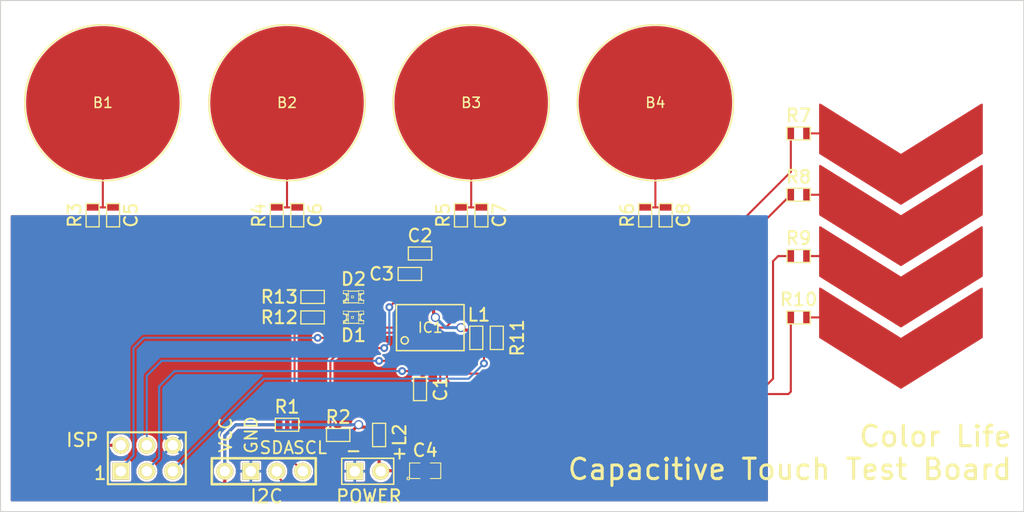
<source format=kicad_pcb>
(kicad_pcb (version 3) (host pcbnew "(2013-mar-13)-testing")

  (general
    (links 56)
    (no_connects 0)
    (area 99.949999 99.949999 200.050001 150.050001)
    (thickness 1.6)
    (drawings 12)
    (tracks 178)
    (zones 0)
    (modules 33)
    (nets 31)
  )

  (page A3)
  (layers
    (15 F.Cu signal)
    (0 B.Cu signal)
    (16 B.Adhes user)
    (17 F.Adhes user)
    (18 B.Paste user)
    (19 F.Paste user)
    (20 B.SilkS user)
    (21 F.SilkS user)
    (22 B.Mask user)
    (23 F.Mask user)
    (24 Dwgs.User user)
    (25 Cmts.User user)
    (26 Eco1.User user)
    (27 Eco2.User user)
    (28 Edge.Cuts user)
  )

  (setup
    (last_trace_width 0.2032)
    (trace_clearance 0.2032)
    (zone_clearance 0.2032)
    (zone_45_only no)
    (trace_min 0.1524)
    (segment_width 0.2)
    (edge_width 0.1)
    (via_size 0.762)
    (via_drill 0.381)
    (via_min_size 0.6096)
    (via_min_drill 0.3048)
    (uvia_size 0.508)
    (uvia_drill 0.127)
    (uvias_allowed no)
    (uvia_min_size 0.508)
    (uvia_min_drill 0.127)
    (pcb_text_width 0.3)
    (pcb_text_size 1.5 1.5)
    (mod_edge_width 0.15)
    (mod_text_size 1 1)
    (mod_text_width 0.15)
    (pad_size 1.651 1.651)
    (pad_drill 1.016)
    (pad_to_mask_clearance 0)
    (aux_axis_origin 0 0)
    (visible_elements FFFFFF7F)
    (pcbplotparams
      (layerselection 283148289)
      (usegerberextensions true)
      (excludeedgelayer true)
      (linewidth 152400)
      (plotframeref false)
      (viasonmask false)
      (mode 1)
      (useauxorigin false)
      (hpglpennumber 1)
      (hpglpenspeed 20)
      (hpglpendiameter 15)
      (hpglpenoverlay 2)
      (psnegative false)
      (psa4output false)
      (plotreference true)
      (plotvalue true)
      (plotothertext true)
      (plotinvisibletext false)
      (padsonsilk false)
      (subtractmaskfromsilk false)
      (outputformat 1)
      (mirror false)
      (drillshape 0)
      (scaleselection 1)
      (outputdirectory out))
  )

  (net 0 "")
  (net 1 /AREF)
  (net 2 /AVCC)
  (net 3 /BTN1)
  (net 4 /BTN2)
  (net 5 /BTN3)
  (net 6 /BTN4)
  (net 7 /LED1)
  (net 8 /LED2)
  (net 9 /MOSI)
  (net 10 /SCK)
  (net 11 /SCL)
  (net 12 /SDA)
  (net 13 /SLD1)
  (net 14 /SLD1P)
  (net 15 /SLD2)
  (net 16 /SLD2P)
  (net 17 /SLD3)
  (net 18 /SLD3P)
  (net 19 /SLD4)
  (net 20 /SLD4P)
  (net 21 /VIN)
  (net 22 /\RESET)
  (net 23 GND)
  (net 24 N-0000010)
  (net 25 N-000002)
  (net 26 N-0000023)
  (net 27 N-000005)
  (net 28 N-000007)
  (net 29 N-000009)
  (net 30 VCC)

  (net_class Default "This is the default net class."
    (clearance 0.2032)
    (trace_width 0.2032)
    (via_dia 0.762)
    (via_drill 0.381)
    (uvia_dia 0.508)
    (uvia_drill 0.127)
    (add_net "")
    (add_net /AREF)
    (add_net /BTN1)
    (add_net /BTN2)
    (add_net /BTN3)
    (add_net /BTN4)
    (add_net /LED1)
    (add_net /LED2)
    (add_net /MOSI)
    (add_net /SCK)
    (add_net /SCL)
    (add_net /SDA)
    (add_net /SLD1)
    (add_net /SLD1P)
    (add_net /SLD2)
    (add_net /SLD2P)
    (add_net /SLD3)
    (add_net /SLD3P)
    (add_net /SLD4)
    (add_net /SLD4P)
    (add_net /\RESET)
    (add_net GND)
    (add_net N-0000010)
    (add_net N-000002)
    (add_net N-0000023)
    (add_net N-000005)
    (add_net N-000007)
    (add_net N-000009)
  )

  (net_class power ""
    (clearance 0.254)
    (trace_width 0.3048)
    (via_dia 0.889)
    (via_drill 0.635)
    (uvia_dia 0.508)
    (uvia_drill 0.127)
    (add_net /AVCC)
    (add_net /VIN)
    (add_net VCC)
  )

  (module TSSOP20-4.5MM (layer F.Cu) (tedit 5178BC12) (tstamp 51789FA5)
    (at 142 132)
    (path /51770F46)
    (fp_text reference IC1 (at 0 0) (layer F.SilkS)
      (effects (font (size 1 1) (thickness 0.15)))
    )
    (fp_text value ATTINY861A-X (at 0 4.5) (layer F.SilkS) hide
      (effects (font (size 1 1) (thickness 0.15)))
    )
    (fp_circle (center -2.5 1.25) (end -2.25 1) (layer F.SilkS) (width 0.15))
    (fp_line (start 3.3 -2.25) (end 3.3 2.25) (layer F.SilkS) (width 0.15))
    (fp_line (start 3.3 2.25) (end -3.3 2.25) (layer F.SilkS) (width 0.15))
    (fp_line (start -3.3 2.25) (end -3.3 -2.25) (layer F.SilkS) (width 0.15))
    (fp_line (start -3.3 -2.25) (end 3.3 -2.25) (layer F.SilkS) (width 0.15))
    (pad 1 smd rect (at -2.925 2.68) (size 0.4 1.5)
      (layers F.Cu F.Paste F.Mask)
      (net 9 /MOSI)
      (clearance 0.125)
    )
    (pad 2 smd rect (at -2.275 2.68) (size 0.4 1.5)
      (layers F.Cu F.Paste F.Mask)
      (net 7 /LED1)
      (clearance 0.125)
    )
    (pad 3 smd rect (at -1.625 2.68) (size 0.4 1.5)
      (layers F.Cu F.Paste F.Mask)
      (net 10 /SCK)
      (clearance 0.125)
    )
    (pad 4 smd rect (at -0.975 2.68) (size 0.4 1.5)
      (layers F.Cu F.Paste F.Mask)
      (net 8 /LED2)
      (clearance 0.125)
    )
    (pad 5 smd rect (at -0.325 2.68) (size 0.4 1.5)
      (layers F.Cu F.Paste F.Mask)
      (net 30 VCC)
      (clearance 0.125)
    )
    (pad 6 smd rect (at 0.325 2.68) (size 0.4 1.5)
      (layers F.Cu F.Paste F.Mask)
      (net 23 GND)
      (clearance 0.125)
    )
    (pad 7 smd rect (at 0.975 2.68) (size 0.4 1.5)
      (layers F.Cu F.Paste F.Mask)
      (net 19 /SLD4)
      (clearance 0.125)
    )
    (pad 8 smd rect (at 1.625 2.68) (size 0.4 1.5)
      (layers F.Cu F.Paste F.Mask)
      (net 17 /SLD3)
      (clearance 0.125)
    )
    (pad 9 smd rect (at 2.275 2.68) (size 0.4 1.5)
      (layers F.Cu F.Paste F.Mask)
      (net 15 /SLD2)
      (clearance 0.125)
    )
    (pad 10 smd rect (at 2.925 2.68) (size 0.4 1.5)
      (layers F.Cu F.Paste F.Mask)
      (net 22 /\RESET)
      (clearance 0.125)
    )
    (pad 11 smd rect (at 2.925 -2.68) (size 0.4 1.5)
      (layers F.Cu F.Paste F.Mask)
      (net 6 /BTN4)
      (clearance 0.125)
    )
    (pad 12 smd rect (at 2.275 -2.68) (size 0.4 1.5)
      (layers F.Cu F.Paste F.Mask)
      (net 5 /BTN3)
      (clearance 0.125)
    )
    (pad 13 smd rect (at 1.625 -2.68) (size 0.4 1.5)
      (layers F.Cu F.Paste F.Mask)
      (net 4 /BTN2)
      (clearance 0.125)
    )
    (pad 14 smd rect (at 0.975 -2.68) (size 0.4 1.5)
      (layers F.Cu F.Paste F.Mask)
      (net 3 /BTN1)
      (clearance 0.125)
    )
    (pad 15 smd rect (at 0.325 -2.68) (size 0.4 1.5)
      (layers F.Cu F.Paste F.Mask)
      (net 2 /AVCC)
      (clearance 0.125)
    )
    (pad 16 smd rect (at -0.325 -2.68) (size 0.4 1.5)
      (layers F.Cu F.Paste F.Mask)
      (net 23 GND)
      (clearance 0.125)
    )
    (pad 17 smd rect (at -0.975 -2.68) (size 0.4 1.5)
      (layers F.Cu F.Paste F.Mask)
      (net 1 /AREF)
      (clearance 0.125)
    )
    (pad 18 smd rect (at -1.625 -2.68) (size 0.4 1.5)
      (layers F.Cu F.Paste F.Mask)
      (net 11 /SCL)
      (clearance 0.125)
    )
    (pad 19 smd rect (at -2.275 -2.68) (size 0.4 1.5)
      (layers F.Cu F.Paste F.Mask)
      (net 13 /SLD1)
      (clearance 0.125)
    )
    (pad 20 smd rect (at -2.925 -2.68) (size 0.4 1.5)
      (layers F.Cu F.Paste F.Mask)
      (net 12 /SDA)
      (clearance 0.125)
    )
  )

  (module SM0805 (layer F.Cu) (tedit 517B22DA) (tstamp 51789FB2)
    (at 141.5 146)
    (path /5177CA49)
    (attr smd)
    (fp_text reference C4 (at 0 -2) (layer F.SilkS)
      (effects (font (size 1.25 1.25) (thickness 0.2)))
    )
    (fp_text value 10uF (at 0.25 2.25) (layer F.SilkS) hide
      (effects (font (size 0.50038 0.50038) (thickness 0.10922)))
    )
    (fp_circle (center -1.651 0.762) (end -1.651 0.635) (layer F.SilkS) (width 0.09906))
    (fp_line (start -0.508 0.762) (end -1.524 0.762) (layer F.SilkS) (width 0.09906))
    (fp_line (start -1.524 0.762) (end -1.524 -0.762) (layer F.SilkS) (width 0.09906))
    (fp_line (start -1.524 -0.762) (end -0.508 -0.762) (layer F.SilkS) (width 0.09906))
    (fp_line (start 0.508 -0.762) (end 1.524 -0.762) (layer F.SilkS) (width 0.09906))
    (fp_line (start 1.524 -0.762) (end 1.524 0.762) (layer F.SilkS) (width 0.09906))
    (fp_line (start 1.524 0.762) (end 0.508 0.762) (layer F.SilkS) (width 0.09906))
    (pad 1 smd rect (at -0.9525 0) (size 0.889 1.397)
      (layers F.Cu F.Paste F.Mask)
      (net 21 /VIN)
    )
    (pad 2 smd rect (at 0.9525 0) (size 0.889 1.397)
      (layers F.Cu F.Paste F.Mask)
      (net 23 GND)
    )
    (model smd/chip_cms.wrl
      (at (xyz 0 0 0))
      (scale (xyz 0.1 0.1 0.1))
      (rotate (xyz 0 0 0))
    )
  )

  (module SM0603 (layer F.Cu) (tedit 517B14AD) (tstamp 51789FBC)
    (at 178 131)
    (path /517811A7)
    (attr smd)
    (fp_text reference R10 (at 0 -1.75) (layer F.SilkS)
      (effects (font (size 1.25 1.25) (thickness 0.2)))
    )
    (fp_text value 10K (at 0 0) (layer F.SilkS) hide
      (effects (font (size 0.508 0.4572) (thickness 0.1143)))
    )
    (fp_line (start -1.143 -0.635) (end 1.143 -0.635) (layer F.SilkS) (width 0.127))
    (fp_line (start 1.143 -0.635) (end 1.143 0.635) (layer F.SilkS) (width 0.127))
    (fp_line (start 1.143 0.635) (end -1.143 0.635) (layer F.SilkS) (width 0.127))
    (fp_line (start -1.143 0.635) (end -1.143 -0.635) (layer F.SilkS) (width 0.127))
    (pad 1 smd rect (at -0.762 0) (size 0.635 1.143)
      (layers F.Cu F.Paste F.Mask)
      (net 19 /SLD4)
    )
    (pad 2 smd rect (at 0.762 0) (size 0.635 1.143)
      (layers F.Cu F.Paste F.Mask)
      (net 20 /SLD4P)
    )
    (model smd\resistors\R0603.wrl
      (at (xyz 0 0 0.001))
      (scale (xyz 0.5 0.5 0.5))
      (rotate (xyz 0 0 0))
    )
  )

  (module SM0603 (layer F.Cu) (tedit 517B14A5) (tstamp 51789FC6)
    (at 178 125)
    (path /51781198)
    (attr smd)
    (fp_text reference R9 (at 0 -1.75) (layer F.SilkS)
      (effects (font (size 1.25 1.25) (thickness 0.2)))
    )
    (fp_text value 10K (at 0 0) (layer F.SilkS) hide
      (effects (font (size 0.508 0.4572) (thickness 0.1143)))
    )
    (fp_line (start -1.143 -0.635) (end 1.143 -0.635) (layer F.SilkS) (width 0.127))
    (fp_line (start 1.143 -0.635) (end 1.143 0.635) (layer F.SilkS) (width 0.127))
    (fp_line (start 1.143 0.635) (end -1.143 0.635) (layer F.SilkS) (width 0.127))
    (fp_line (start -1.143 0.635) (end -1.143 -0.635) (layer F.SilkS) (width 0.127))
    (pad 1 smd rect (at -0.762 0) (size 0.635 1.143)
      (layers F.Cu F.Paste F.Mask)
      (net 17 /SLD3)
    )
    (pad 2 smd rect (at 0.762 0) (size 0.635 1.143)
      (layers F.Cu F.Paste F.Mask)
      (net 18 /SLD3P)
    )
    (model smd\resistors\R0603.wrl
      (at (xyz 0 0 0.001))
      (scale (xyz 0.5 0.5 0.5))
      (rotate (xyz 0 0 0))
    )
  )

  (module SM0603 (layer F.Cu) (tedit 517B148A) (tstamp 51789FD0)
    (at 178 119)
    (path /51781189)
    (attr smd)
    (fp_text reference R8 (at 0 -1.75) (layer F.SilkS)
      (effects (font (size 1.25 1.25) (thickness 0.2)))
    )
    (fp_text value 10K (at 0 0) (layer F.SilkS) hide
      (effects (font (size 0.508 0.4572) (thickness 0.1143)))
    )
    (fp_line (start -1.143 -0.635) (end 1.143 -0.635) (layer F.SilkS) (width 0.127))
    (fp_line (start 1.143 -0.635) (end 1.143 0.635) (layer F.SilkS) (width 0.127))
    (fp_line (start 1.143 0.635) (end -1.143 0.635) (layer F.SilkS) (width 0.127))
    (fp_line (start -1.143 0.635) (end -1.143 -0.635) (layer F.SilkS) (width 0.127))
    (pad 1 smd rect (at -0.762 0) (size 0.635 1.143)
      (layers F.Cu F.Paste F.Mask)
      (net 15 /SLD2)
    )
    (pad 2 smd rect (at 0.762 0) (size 0.635 1.143)
      (layers F.Cu F.Paste F.Mask)
      (net 16 /SLD2P)
    )
    (model smd\resistors\R0603.wrl
      (at (xyz 0 0 0.001))
      (scale (xyz 0.5 0.5 0.5))
      (rotate (xyz 0 0 0))
    )
  )

  (module SM0603 (layer F.Cu) (tedit 517B1481) (tstamp 51789FDA)
    (at 178 113)
    (path /5178117A)
    (attr smd)
    (fp_text reference R7 (at 0 -1.75) (layer F.SilkS)
      (effects (font (size 1.25 1.25) (thickness 0.2)))
    )
    (fp_text value 10K (at 0 0) (layer F.SilkS) hide
      (effects (font (size 0.508 0.4572) (thickness 0.1143)))
    )
    (fp_line (start -1.143 -0.635) (end 1.143 -0.635) (layer F.SilkS) (width 0.127))
    (fp_line (start 1.143 -0.635) (end 1.143 0.635) (layer F.SilkS) (width 0.127))
    (fp_line (start 1.143 0.635) (end -1.143 0.635) (layer F.SilkS) (width 0.127))
    (fp_line (start -1.143 0.635) (end -1.143 -0.635) (layer F.SilkS) (width 0.127))
    (pad 1 smd rect (at -0.762 0) (size 0.635 1.143)
      (layers F.Cu F.Paste F.Mask)
      (net 13 /SLD1)
    )
    (pad 2 smd rect (at 0.762 0) (size 0.635 1.143)
      (layers F.Cu F.Paste F.Mask)
      (net 14 /SLD1P)
    )
    (model smd\resistors\R0603.wrl
      (at (xyz 0 0 0.001))
      (scale (xyz 0.5 0.5 0.5))
      (rotate (xyz 0 0 0))
    )
  )

  (module SM0603 (layer F.Cu) (tedit 517AE99C) (tstamp 51789FE4)
    (at 165 121 90)
    (path /5178026B)
    (attr smd)
    (fp_text reference C8 (at 0 1.75 90) (layer F.SilkS)
      (effects (font (size 1.25 1.25) (thickness 0.2)))
    )
    (fp_text value C (at 0 0 90) (layer F.SilkS) hide
      (effects (font (size 0.508 0.4572) (thickness 0.1143)))
    )
    (fp_line (start -1.143 -0.635) (end 1.143 -0.635) (layer F.SilkS) (width 0.127))
    (fp_line (start 1.143 -0.635) (end 1.143 0.635) (layer F.SilkS) (width 0.127))
    (fp_line (start 1.143 0.635) (end -1.143 0.635) (layer F.SilkS) (width 0.127))
    (fp_line (start -1.143 0.635) (end -1.143 -0.635) (layer F.SilkS) (width 0.127))
    (pad 1 smd rect (at -0.762 0 90) (size 0.635 1.143)
      (layers F.Cu F.Paste F.Mask)
      (net 23 GND)
    )
    (pad 2 smd rect (at 0.762 0 90) (size 0.635 1.143)
      (layers F.Cu F.Paste F.Mask)
      (net 26 N-0000023)
    )
    (model smd\resistors\R0603.wrl
      (at (xyz 0 0 0.001))
      (scale (xyz 0.5 0.5 0.5))
      (rotate (xyz 0 0 0))
    )
  )

  (module SM0603 (layer F.Cu) (tedit 517ADB82) (tstamp 51789FEE)
    (at 163 121 90)
    (path /51780265)
    (attr smd)
    (fp_text reference R6 (at 0 -1.75 90) (layer F.SilkS)
      (effects (font (size 1.25 1.25) (thickness 0.2)))
    )
    (fp_text value 10K (at 0 0 90) (layer F.SilkS) hide
      (effects (font (size 0.508 0.4572) (thickness 0.1143)))
    )
    (fp_line (start -1.143 -0.635) (end 1.143 -0.635) (layer F.SilkS) (width 0.127))
    (fp_line (start 1.143 -0.635) (end 1.143 0.635) (layer F.SilkS) (width 0.127))
    (fp_line (start 1.143 0.635) (end -1.143 0.635) (layer F.SilkS) (width 0.127))
    (fp_line (start -1.143 0.635) (end -1.143 -0.635) (layer F.SilkS) (width 0.127))
    (pad 1 smd rect (at -0.762 0 90) (size 0.635 1.143)
      (layers F.Cu F.Paste F.Mask)
      (net 6 /BTN4)
    )
    (pad 2 smd rect (at 0.762 0 90) (size 0.635 1.143)
      (layers F.Cu F.Paste F.Mask)
      (net 26 N-0000023)
    )
    (model smd\resistors\R0603.wrl
      (at (xyz 0 0 0.001))
      (scale (xyz 0.5 0.5 0.5))
      (rotate (xyz 0 0 0))
    )
  )

  (module SM0603 (layer F.Cu) (tedit 517ADB79) (tstamp 51789FF8)
    (at 147 121 90)
    (path /5177F591)
    (attr smd)
    (fp_text reference C7 (at 0 1.75 90) (layer F.SilkS)
      (effects (font (size 1.25 1.25) (thickness 0.2)))
    )
    (fp_text value C (at 0 0 90) (layer F.SilkS) hide
      (effects (font (size 0.508 0.4572) (thickness 0.1143)))
    )
    (fp_line (start -1.143 -0.635) (end 1.143 -0.635) (layer F.SilkS) (width 0.127))
    (fp_line (start 1.143 -0.635) (end 1.143 0.635) (layer F.SilkS) (width 0.127))
    (fp_line (start 1.143 0.635) (end -1.143 0.635) (layer F.SilkS) (width 0.127))
    (fp_line (start -1.143 0.635) (end -1.143 -0.635) (layer F.SilkS) (width 0.127))
    (pad 1 smd rect (at -0.762 0 90) (size 0.635 1.143)
      (layers F.Cu F.Paste F.Mask)
      (net 23 GND)
    )
    (pad 2 smd rect (at 0.762 0 90) (size 0.635 1.143)
      (layers F.Cu F.Paste F.Mask)
      (net 28 N-000007)
    )
    (model smd\resistors\R0603.wrl
      (at (xyz 0 0 0.001))
      (scale (xyz 0.5 0.5 0.5))
      (rotate (xyz 0 0 0))
    )
  )

  (module SM0603 (layer F.Cu) (tedit 517ADB5E) (tstamp 5178A002)
    (at 145 121 90)
    (path /5177F58B)
    (attr smd)
    (fp_text reference R5 (at 0 -1.75 90) (layer F.SilkS)
      (effects (font (size 1.25 1.25) (thickness 0.2)))
    )
    (fp_text value 10K (at 0 0 90) (layer F.SilkS) hide
      (effects (font (size 0.508 0.4572) (thickness 0.1143)))
    )
    (fp_line (start -1.143 -0.635) (end 1.143 -0.635) (layer F.SilkS) (width 0.127))
    (fp_line (start 1.143 -0.635) (end 1.143 0.635) (layer F.SilkS) (width 0.127))
    (fp_line (start 1.143 0.635) (end -1.143 0.635) (layer F.SilkS) (width 0.127))
    (fp_line (start -1.143 0.635) (end -1.143 -0.635) (layer F.SilkS) (width 0.127))
    (pad 1 smd rect (at -0.762 0 90) (size 0.635 1.143)
      (layers F.Cu F.Paste F.Mask)
      (net 5 /BTN3)
    )
    (pad 2 smd rect (at 0.762 0 90) (size 0.635 1.143)
      (layers F.Cu F.Paste F.Mask)
      (net 28 N-000007)
    )
    (model smd\resistors\R0603.wrl
      (at (xyz 0 0 0.001))
      (scale (xyz 0.5 0.5 0.5))
      (rotate (xyz 0 0 0))
    )
  )

  (module SM0603 (layer F.Cu) (tedit 517ADB53) (tstamp 5178A00C)
    (at 129 121 90)
    (path /5177F56C)
    (attr smd)
    (fp_text reference C6 (at 0 1.75 90) (layer F.SilkS)
      (effects (font (size 1.25 1.25) (thickness 0.2)))
    )
    (fp_text value C (at 0 0 90) (layer F.SilkS) hide
      (effects (font (size 0.508 0.4572) (thickness 0.1143)))
    )
    (fp_line (start -1.143 -0.635) (end 1.143 -0.635) (layer F.SilkS) (width 0.127))
    (fp_line (start 1.143 -0.635) (end 1.143 0.635) (layer F.SilkS) (width 0.127))
    (fp_line (start 1.143 0.635) (end -1.143 0.635) (layer F.SilkS) (width 0.127))
    (fp_line (start -1.143 0.635) (end -1.143 -0.635) (layer F.SilkS) (width 0.127))
    (pad 1 smd rect (at -0.762 0 90) (size 0.635 1.143)
      (layers F.Cu F.Paste F.Mask)
      (net 23 GND)
    )
    (pad 2 smd rect (at 0.762 0 90) (size 0.635 1.143)
      (layers F.Cu F.Paste F.Mask)
      (net 25 N-000002)
    )
    (model smd\resistors\R0603.wrl
      (at (xyz 0 0 0.001))
      (scale (xyz 0.5 0.5 0.5))
      (rotate (xyz 0 0 0))
    )
  )

  (module SM0603 (layer F.Cu) (tedit 517ADB4B) (tstamp 5178A016)
    (at 127 121 90)
    (path /5177F566)
    (attr smd)
    (fp_text reference R4 (at 0 -1.75 90) (layer F.SilkS)
      (effects (font (size 1.25 1.25) (thickness 0.2)))
    )
    (fp_text value 10K (at 0 0 90) (layer F.SilkS) hide
      (effects (font (size 0.508 0.4572) (thickness 0.1143)))
    )
    (fp_line (start -1.143 -0.635) (end 1.143 -0.635) (layer F.SilkS) (width 0.127))
    (fp_line (start 1.143 -0.635) (end 1.143 0.635) (layer F.SilkS) (width 0.127))
    (fp_line (start 1.143 0.635) (end -1.143 0.635) (layer F.SilkS) (width 0.127))
    (fp_line (start -1.143 0.635) (end -1.143 -0.635) (layer F.SilkS) (width 0.127))
    (pad 1 smd rect (at -0.762 0 90) (size 0.635 1.143)
      (layers F.Cu F.Paste F.Mask)
      (net 4 /BTN2)
    )
    (pad 2 smd rect (at 0.762 0 90) (size 0.635 1.143)
      (layers F.Cu F.Paste F.Mask)
      (net 25 N-000002)
    )
    (model smd\resistors\R0603.wrl
      (at (xyz 0 0 0.001))
      (scale (xyz 0.5 0.5 0.5))
      (rotate (xyz 0 0 0))
    )
  )

  (module SM0603 (layer F.Cu) (tedit 517ACD31) (tstamp 5178A020)
    (at 111 121 90)
    (path /5177E5EF)
    (attr smd)
    (fp_text reference C5 (at 0 1.75 90) (layer F.SilkS)
      (effects (font (size 1.25 1.25) (thickness 0.2)))
    )
    (fp_text value C (at 0 0 90) (layer F.SilkS) hide
      (effects (font (size 0.508 0.4572) (thickness 0.1143)))
    )
    (fp_line (start -1.143 -0.635) (end 1.143 -0.635) (layer F.SilkS) (width 0.127))
    (fp_line (start 1.143 -0.635) (end 1.143 0.635) (layer F.SilkS) (width 0.127))
    (fp_line (start 1.143 0.635) (end -1.143 0.635) (layer F.SilkS) (width 0.127))
    (fp_line (start -1.143 0.635) (end -1.143 -0.635) (layer F.SilkS) (width 0.127))
    (pad 1 smd rect (at -0.762 0 90) (size 0.635 1.143)
      (layers F.Cu F.Paste F.Mask)
      (net 23 GND)
    )
    (pad 2 smd rect (at 0.762 0 90) (size 0.635 1.143)
      (layers F.Cu F.Paste F.Mask)
      (net 27 N-000005)
    )
    (model smd\resistors\R0603.wrl
      (at (xyz 0 0 0.001))
      (scale (xyz 0.5 0.5 0.5))
      (rotate (xyz 0 0 0))
    )
  )

  (module SM0603 (layer F.Cu) (tedit 517ACD27) (tstamp 5178A02A)
    (at 109 121 90)
    (path /5177E5A9)
    (attr smd)
    (fp_text reference R3 (at 0 -1.75 90) (layer F.SilkS)
      (effects (font (size 1.25 1.25) (thickness 0.2)))
    )
    (fp_text value 10K (at 0 0 90) (layer F.SilkS) hide
      (effects (font (size 0.508 0.4572) (thickness 0.1143)))
    )
    (fp_line (start -1.143 -0.635) (end 1.143 -0.635) (layer F.SilkS) (width 0.127))
    (fp_line (start 1.143 -0.635) (end 1.143 0.635) (layer F.SilkS) (width 0.127))
    (fp_line (start 1.143 0.635) (end -1.143 0.635) (layer F.SilkS) (width 0.127))
    (fp_line (start -1.143 0.635) (end -1.143 -0.635) (layer F.SilkS) (width 0.127))
    (pad 1 smd rect (at -0.762 0 90) (size 0.635 1.143)
      (layers F.Cu F.Paste F.Mask)
      (net 3 /BTN1)
    )
    (pad 2 smd rect (at 0.762 0 90) (size 0.635 1.143)
      (layers F.Cu F.Paste F.Mask)
      (net 27 N-000005)
    )
    (model smd\resistors\R0603.wrl
      (at (xyz 0 0 0.001))
      (scale (xyz 0.5 0.5 0.5))
      (rotate (xyz 0 0 0))
    )
  )

  (module SM0603 (layer F.Cu) (tedit 517B22D7) (tstamp 5178A034)
    (at 137 142.5 270)
    (path /5177BB8E)
    (attr smd)
    (fp_text reference L2 (at 0 -2 270) (layer F.SilkS)
      (effects (font (size 1.25 1.25) (thickness 0.2)))
    )
    (fp_text value INDUCTOR (at 0 0 270) (layer F.SilkS) hide
      (effects (font (size 0.508 0.4572) (thickness 0.1143)))
    )
    (fp_line (start -1.143 -0.635) (end 1.143 -0.635) (layer F.SilkS) (width 0.127))
    (fp_line (start 1.143 -0.635) (end 1.143 0.635) (layer F.SilkS) (width 0.127))
    (fp_line (start 1.143 0.635) (end -1.143 0.635) (layer F.SilkS) (width 0.127))
    (fp_line (start -1.143 0.635) (end -1.143 -0.635) (layer F.SilkS) (width 0.127))
    (pad 1 smd rect (at -0.762 0 270) (size 0.635 1.143)
      (layers F.Cu F.Paste F.Mask)
      (net 30 VCC)
    )
    (pad 2 smd rect (at 0.762 0 270) (size 0.635 1.143)
      (layers F.Cu F.Paste F.Mask)
      (net 21 /VIN)
    )
    (model smd\resistors\R0603.wrl
      (at (xyz 0 0 0.001))
      (scale (xyz 0.5 0.5 0.5))
      (rotate (xyz 0 0 0))
    )
  )

  (module SM0603 (layer F.Cu) (tedit 517B22EB) (tstamp 5178A03E)
    (at 128 141.5)
    (path /517774C6)
    (attr smd)
    (fp_text reference R1 (at 0 -1.75) (layer F.SilkS)
      (effects (font (size 1.25 1.25) (thickness 0.2)))
    )
    (fp_text value 4K7 (at 0 0) (layer F.SilkS) hide
      (effects (font (size 0.508 0.4572) (thickness 0.1143)))
    )
    (fp_line (start -1.143 -0.635) (end 1.143 -0.635) (layer F.SilkS) (width 0.127))
    (fp_line (start 1.143 -0.635) (end 1.143 0.635) (layer F.SilkS) (width 0.127))
    (fp_line (start 1.143 0.635) (end -1.143 0.635) (layer F.SilkS) (width 0.127))
    (fp_line (start -1.143 0.635) (end -1.143 -0.635) (layer F.SilkS) (width 0.127))
    (pad 1 smd rect (at -0.762 0) (size 0.635 1.143)
      (layers F.Cu F.Paste F.Mask)
      (net 30 VCC)
    )
    (pad 2 smd rect (at 0.762 0) (size 0.635 1.143)
      (layers F.Cu F.Paste F.Mask)
      (net 11 /SCL)
    )
    (model smd\resistors\R0603.wrl
      (at (xyz 0 0 0.001))
      (scale (xyz 0.5 0.5 0.5))
      (rotate (xyz 0 0 0))
    )
  )

  (module SM0603 (layer F.Cu) (tedit 517B22E4) (tstamp 5178A048)
    (at 133 142.5 180)
    (path /517774B7)
    (attr smd)
    (fp_text reference R2 (at 0 1.75 180) (layer F.SilkS)
      (effects (font (size 1.25 1.25) (thickness 0.2)))
    )
    (fp_text value 4K7 (at 0 0 180) (layer F.SilkS) hide
      (effects (font (size 0.508 0.4572) (thickness 0.1143)))
    )
    (fp_line (start -1.143 -0.635) (end 1.143 -0.635) (layer F.SilkS) (width 0.127))
    (fp_line (start 1.143 -0.635) (end 1.143 0.635) (layer F.SilkS) (width 0.127))
    (fp_line (start 1.143 0.635) (end -1.143 0.635) (layer F.SilkS) (width 0.127))
    (fp_line (start -1.143 0.635) (end -1.143 -0.635) (layer F.SilkS) (width 0.127))
    (pad 1 smd rect (at -0.762 0 180) (size 0.635 1.143)
      (layers F.Cu F.Paste F.Mask)
      (net 30 VCC)
    )
    (pad 2 smd rect (at 0.762 0 180) (size 0.635 1.143)
      (layers F.Cu F.Paste F.Mask)
      (net 12 /SDA)
    )
    (model smd\resistors\R0603.wrl
      (at (xyz 0 0 0.001))
      (scale (xyz 0.5 0.5 0.5))
      (rotate (xyz 0 0 0))
    )
  )

  (module SM0603 (layer F.Cu) (tedit 517B065A) (tstamp 5178A052)
    (at 140 126.75 180)
    (path /51772C8E)
    (attr smd)
    (fp_text reference C3 (at 2.75 0 180) (layer F.SilkS)
      (effects (font (size 1.25 1.25) (thickness 0.2)))
    )
    (fp_text value 0.1uF (at 0 0 180) (layer F.SilkS) hide
      (effects (font (size 0.508 0.4572) (thickness 0.1143)))
    )
    (fp_line (start -1.143 -0.635) (end 1.143 -0.635) (layer F.SilkS) (width 0.127))
    (fp_line (start 1.143 -0.635) (end 1.143 0.635) (layer F.SilkS) (width 0.127))
    (fp_line (start 1.143 0.635) (end -1.143 0.635) (layer F.SilkS) (width 0.127))
    (fp_line (start -1.143 0.635) (end -1.143 -0.635) (layer F.SilkS) (width 0.127))
    (pad 1 smd rect (at -0.762 0 180) (size 0.635 1.143)
      (layers F.Cu F.Paste F.Mask)
      (net 1 /AREF)
    )
    (pad 2 smd rect (at 0.762 0 180) (size 0.635 1.143)
      (layers F.Cu F.Paste F.Mask)
      (net 23 GND)
    )
    (model smd\resistors\R0603.wrl
      (at (xyz 0 0 0.001))
      (scale (xyz 0.5 0.5 0.5))
      (rotate (xyz 0 0 0))
    )
  )

  (module SM0603 (layer F.Cu) (tedit 517B0652) (tstamp 5178A05C)
    (at 141 124.75 180)
    (path /51771DA1)
    (attr smd)
    (fp_text reference C2 (at 0 1.75 180) (layer F.SilkS)
      (effects (font (size 1.25 1.25) (thickness 0.2)))
    )
    (fp_text value 0.1uF (at 0 0 180) (layer F.SilkS) hide
      (effects (font (size 0.508 0.4572) (thickness 0.1143)))
    )
    (fp_line (start -1.143 -0.635) (end 1.143 -0.635) (layer F.SilkS) (width 0.127))
    (fp_line (start 1.143 -0.635) (end 1.143 0.635) (layer F.SilkS) (width 0.127))
    (fp_line (start 1.143 0.635) (end -1.143 0.635) (layer F.SilkS) (width 0.127))
    (fp_line (start -1.143 0.635) (end -1.143 -0.635) (layer F.SilkS) (width 0.127))
    (pad 1 smd rect (at -0.762 0 180) (size 0.635 1.143)
      (layers F.Cu F.Paste F.Mask)
      (net 2 /AVCC)
    )
    (pad 2 smd rect (at 0.762 0 180) (size 0.635 1.143)
      (layers F.Cu F.Paste F.Mask)
      (net 23 GND)
    )
    (model smd\resistors\R0603.wrl
      (at (xyz 0 0 0.001))
      (scale (xyz 0.5 0.5 0.5))
      (rotate (xyz 0 0 0))
    )
  )

  (module SM0603 (layer F.Cu) (tedit 517B0643) (tstamp 5178A066)
    (at 146.5 133 90)
    (path /51771D88)
    (attr smd)
    (fp_text reference L1 (at 2.25 0.25 180) (layer F.SilkS)
      (effects (font (size 1.25 1.25) (thickness 0.2)))
    )
    (fp_text value INDUCTOR (at 0 0 90) (layer F.SilkS) hide
      (effects (font (size 0.508 0.4572) (thickness 0.1143)))
    )
    (fp_line (start -1.143 -0.635) (end 1.143 -0.635) (layer F.SilkS) (width 0.127))
    (fp_line (start 1.143 -0.635) (end 1.143 0.635) (layer F.SilkS) (width 0.127))
    (fp_line (start 1.143 0.635) (end -1.143 0.635) (layer F.SilkS) (width 0.127))
    (fp_line (start -1.143 0.635) (end -1.143 -0.635) (layer F.SilkS) (width 0.127))
    (pad 1 smd rect (at -0.762 0 90) (size 0.635 1.143)
      (layers F.Cu F.Paste F.Mask)
      (net 30 VCC)
    )
    (pad 2 smd rect (at 0.762 0 90) (size 0.635 1.143)
      (layers F.Cu F.Paste F.Mask)
      (net 2 /AVCC)
    )
    (model smd\resistors\R0603.wrl
      (at (xyz 0 0 0.001))
      (scale (xyz 0.5 0.5 0.5))
      (rotate (xyz 0 0 0))
    )
  )

  (module SM0603 (layer F.Cu) (tedit 517B0665) (tstamp 5178A070)
    (at 141 138 90)
    (path /51770F64)
    (attr smd)
    (fp_text reference C1 (at 0 2 90) (layer F.SilkS)
      (effects (font (size 1.25 1.25) (thickness 0.2)))
    )
    (fp_text value 0.1uF (at 0 0 90) (layer F.SilkS) hide
      (effects (font (size 0.508 0.4572) (thickness 0.1143)))
    )
    (fp_line (start -1.143 -0.635) (end 1.143 -0.635) (layer F.SilkS) (width 0.127))
    (fp_line (start 1.143 -0.635) (end 1.143 0.635) (layer F.SilkS) (width 0.127))
    (fp_line (start 1.143 0.635) (end -1.143 0.635) (layer F.SilkS) (width 0.127))
    (fp_line (start -1.143 0.635) (end -1.143 -0.635) (layer F.SilkS) (width 0.127))
    (pad 1 smd rect (at -0.762 0 90) (size 0.635 1.143)
      (layers F.Cu F.Paste F.Mask)
      (net 23 GND)
    )
    (pad 2 smd rect (at 0.762 0 90) (size 0.635 1.143)
      (layers F.Cu F.Paste F.Mask)
      (net 30 VCC)
    )
    (model smd\resistors\R0603.wrl
      (at (xyz 0 0 0.001))
      (scale (xyz 0.5 0.5 0.5))
      (rotate (xyz 0 0 0))
    )
  )

  (module PIN_ARRAY_4x1 (layer F.Cu) (tedit 517B3F92) (tstamp 5178A07C)
    (at 125.73 146.05)
    (descr "Double rangee de contacts 2 x 5 pins")
    (tags CONN)
    (path /517773A4)
    (fp_text reference I2C (at 0.27 2.45) (layer F.SilkS)
      (effects (font (size 1.3 1.3) (thickness 0.2)))
    )
    (fp_text value CONN_4 (at 0 2.54) (layer F.SilkS) hide
      (effects (font (size 1.016 1.016) (thickness 0.2032)))
    )
    (fp_line (start 5.08 1.27) (end -5.08 1.27) (layer F.SilkS) (width 0.254))
    (fp_line (start 5.08 -1.27) (end -5.08 -1.27) (layer F.SilkS) (width 0.254))
    (fp_line (start -5.08 -1.27) (end -5.08 1.27) (layer F.SilkS) (width 0.254))
    (fp_line (start 5.08 1.27) (end 5.08 -1.27) (layer F.SilkS) (width 0.254))
    (pad 1 thru_hole circle (at -3.81 0) (size 1.651 1.651) (drill 1.016)
      (layers *.Cu *.Mask F.SilkS)
      (net 30 VCC)
    )
    (pad 2 thru_hole rect (at -1.27 0) (size 1.651 1.651) (drill 1.016)
      (layers *.Cu *.Mask F.SilkS)
      (net 23 GND)
    )
    (pad 3 thru_hole circle (at 1.27 0) (size 1.651 1.651) (drill 1.016)
      (layers *.Cu *.Mask F.SilkS)
      (net 12 /SDA)
    )
    (pad 4 thru_hole circle (at 3.81 0) (size 1.651 1.651) (drill 1.016)
      (layers *.Cu *.Mask F.SilkS)
      (net 11 /SCL)
    )
    (model pin_array\pins_array_4x1.wrl
      (at (xyz 0 0 0))
      (scale (xyz 1 1 1))
      (rotate (xyz 0 0 0))
    )
  )

  (module pin_array_3x2 (layer F.Cu) (tedit 517B3F7A) (tstamp 5178A08A)
    (at 114.3 144.78)
    (descr "Double rangee de contacts 2 x 4 pins")
    (tags CONN)
    (path /51776561)
    (fp_text reference ISP (at -6.3 -1.78) (layer F.SilkS)
      (effects (font (size 1.3 1.3) (thickness 0.2)))
    )
    (fp_text value CONN_3X2 (at 0 3.81) (layer F.SilkS) hide
      (effects (font (size 1.016 1.016) (thickness 0.2032)))
    )
    (fp_line (start 3.81 2.54) (end -3.81 2.54) (layer F.SilkS) (width 0.2032))
    (fp_line (start -3.81 -2.54) (end 3.81 -2.54) (layer F.SilkS) (width 0.2032))
    (fp_line (start 3.81 -2.54) (end 3.81 2.54) (layer F.SilkS) (width 0.2032))
    (fp_line (start -3.81 2.54) (end -3.81 -2.54) (layer F.SilkS) (width 0.2032))
    (pad 1 thru_hole rect (at -2.54 1.27) (size 1.651 1.651) (drill 1.016)
      (layers *.Cu *.Mask F.SilkS)
      (net 7 /LED1)
    )
    (pad 2 thru_hole circle (at -2.54 -1.27) (size 1.651 1.651) (drill 1.016)
      (layers *.Cu *.Mask F.SilkS)
      (net 30 VCC)
    )
    (pad 3 thru_hole circle (at 0 1.27) (size 1.651 1.651) (drill 1.016)
      (layers *.Cu *.Mask F.SilkS)
      (net 10 /SCK)
    )
    (pad 4 thru_hole circle (at 0 -1.27) (size 1.651 1.651) (drill 1.016)
      (layers *.Cu *.Mask F.SilkS)
      (net 9 /MOSI)
    )
    (pad 5 thru_hole circle (at 2.54 1.27) (size 1.651 1.651) (drill 1.016)
      (layers *.Cu *.Mask F.SilkS)
      (net 22 /\RESET)
    )
    (pad 6 thru_hole circle (at 2.54 -1.27) (size 1.651 1.651) (drill 1.016)
      (layers *.Cu *.Mask F.SilkS)
      (net 23 GND)
    )
    (model pin_array/pins_array_3x2.wrl
      (at (xyz 0 0 0))
      (scale (xyz 1 1 1))
      (rotate (xyz 0 0 0))
    )
  )

  (module PIN_ARRAY_2X1 (layer F.Cu) (tedit 517B3F8E) (tstamp 5178A094)
    (at 135.89 146.05)
    (descr "Connecteurs 2 pins")
    (tags "CONN DEV")
    (path /5177BACB)
    (fp_text reference POWER (at 0.11 2.45) (layer F.SilkS)
      (effects (font (size 1.25 1.25) (thickness 0.2)))
    )
    (fp_text value CONN_2 (at 0 -1.905) (layer F.SilkS) hide
      (effects (font (size 0.762 0.762) (thickness 0.1524)))
    )
    (fp_line (start -2.54 1.27) (end -2.54 -1.27) (layer F.SilkS) (width 0.1524))
    (fp_line (start -2.54 -1.27) (end 2.54 -1.27) (layer F.SilkS) (width 0.1524))
    (fp_line (start 2.54 -1.27) (end 2.54 1.27) (layer F.SilkS) (width 0.1524))
    (fp_line (start 2.54 1.27) (end -2.54 1.27) (layer F.SilkS) (width 0.1524))
    (pad 1 thru_hole rect (at -1.27 0) (size 1.651 1.651) (drill 1.016)
      (layers *.Cu *.Mask F.SilkS)
      (net 23 GND)
    )
    (pad 2 thru_hole circle (at 1.27 0) (size 1.651 1.651) (drill 1.016)
      (layers *.Cu *.Mask F.SilkS)
      (net 21 /VIN)
    )
    (model pin_array/pins_array_2x1.wrl
      (at (xyz 0 0 0))
      (scale (xyz 1 1 1))
      (rotate (xyz 0 0 0))
    )
  )

  (module LED-0805 (layer F.Cu) (tedit 517ACD16) (tstamp 5178A0CF)
    (at 134.5 129 180)
    (descr "LED 0805 smd package")
    (tags "LED 0805 SMD")
    (path /517782E9)
    (attr smd)
    (fp_text reference D2 (at 0 1.75 180) (layer F.SilkS)
      (effects (font (size 1.25 1.25) (thickness 0.2)))
    )
    (fp_text value LED (at 0 1.27 180) (layer F.SilkS) hide
      (effects (font (size 0.762 0.762) (thickness 0.127)))
    )
    (fp_line (start 0.49784 0.29972) (end 0.49784 0.62484) (layer F.SilkS) (width 0.06604))
    (fp_line (start 0.49784 0.62484) (end 0.99822 0.62484) (layer F.SilkS) (width 0.06604))
    (fp_line (start 0.99822 0.29972) (end 0.99822 0.62484) (layer F.SilkS) (width 0.06604))
    (fp_line (start 0.49784 0.29972) (end 0.99822 0.29972) (layer F.SilkS) (width 0.06604))
    (fp_line (start 0.49784 -0.32258) (end 0.49784 -0.17272) (layer F.SilkS) (width 0.06604))
    (fp_line (start 0.49784 -0.17272) (end 0.7493 -0.17272) (layer F.SilkS) (width 0.06604))
    (fp_line (start 0.7493 -0.32258) (end 0.7493 -0.17272) (layer F.SilkS) (width 0.06604))
    (fp_line (start 0.49784 -0.32258) (end 0.7493 -0.32258) (layer F.SilkS) (width 0.06604))
    (fp_line (start 0.49784 0.17272) (end 0.49784 0.32258) (layer F.SilkS) (width 0.06604))
    (fp_line (start 0.49784 0.32258) (end 0.7493 0.32258) (layer F.SilkS) (width 0.06604))
    (fp_line (start 0.7493 0.17272) (end 0.7493 0.32258) (layer F.SilkS) (width 0.06604))
    (fp_line (start 0.49784 0.17272) (end 0.7493 0.17272) (layer F.SilkS) (width 0.06604))
    (fp_line (start 0.49784 -0.19812) (end 0.49784 0.19812) (layer F.SilkS) (width 0.06604))
    (fp_line (start 0.49784 0.19812) (end 0.6731 0.19812) (layer F.SilkS) (width 0.06604))
    (fp_line (start 0.6731 -0.19812) (end 0.6731 0.19812) (layer F.SilkS) (width 0.06604))
    (fp_line (start 0.49784 -0.19812) (end 0.6731 -0.19812) (layer F.SilkS) (width 0.06604))
    (fp_line (start -0.99822 0.29972) (end -0.99822 0.62484) (layer F.SilkS) (width 0.06604))
    (fp_line (start -0.99822 0.62484) (end -0.49784 0.62484) (layer F.SilkS) (width 0.06604))
    (fp_line (start -0.49784 0.29972) (end -0.49784 0.62484) (layer F.SilkS) (width 0.06604))
    (fp_line (start -0.99822 0.29972) (end -0.49784 0.29972) (layer F.SilkS) (width 0.06604))
    (fp_line (start -0.99822 -0.62484) (end -0.99822 -0.29972) (layer F.SilkS) (width 0.06604))
    (fp_line (start -0.99822 -0.29972) (end -0.49784 -0.29972) (layer F.SilkS) (width 0.06604))
    (fp_line (start -0.49784 -0.62484) (end -0.49784 -0.29972) (layer F.SilkS) (width 0.06604))
    (fp_line (start -0.99822 -0.62484) (end -0.49784 -0.62484) (layer F.SilkS) (width 0.06604))
    (fp_line (start -0.7493 0.17272) (end -0.7493 0.32258) (layer F.SilkS) (width 0.06604))
    (fp_line (start -0.7493 0.32258) (end -0.49784 0.32258) (layer F.SilkS) (width 0.06604))
    (fp_line (start -0.49784 0.17272) (end -0.49784 0.32258) (layer F.SilkS) (width 0.06604))
    (fp_line (start -0.7493 0.17272) (end -0.49784 0.17272) (layer F.SilkS) (width 0.06604))
    (fp_line (start -0.7493 -0.32258) (end -0.7493 -0.17272) (layer F.SilkS) (width 0.06604))
    (fp_line (start -0.7493 -0.17272) (end -0.49784 -0.17272) (layer F.SilkS) (width 0.06604))
    (fp_line (start -0.49784 -0.32258) (end -0.49784 -0.17272) (layer F.SilkS) (width 0.06604))
    (fp_line (start -0.7493 -0.32258) (end -0.49784 -0.32258) (layer F.SilkS) (width 0.06604))
    (fp_line (start -0.6731 -0.19812) (end -0.6731 0.19812) (layer F.SilkS) (width 0.06604))
    (fp_line (start -0.6731 0.19812) (end -0.49784 0.19812) (layer F.SilkS) (width 0.06604))
    (fp_line (start -0.49784 -0.19812) (end -0.49784 0.19812) (layer F.SilkS) (width 0.06604))
    (fp_line (start -0.6731 -0.19812) (end -0.49784 -0.19812) (layer F.SilkS) (width 0.06604))
    (fp_line (start 0 -0.09906) (end 0 0.09906) (layer F.SilkS) (width 0.06604))
    (fp_line (start 0 0.09906) (end 0.19812 0.09906) (layer F.SilkS) (width 0.06604))
    (fp_line (start 0.19812 -0.09906) (end 0.19812 0.09906) (layer F.SilkS) (width 0.06604))
    (fp_line (start 0 -0.09906) (end 0.19812 -0.09906) (layer F.SilkS) (width 0.06604))
    (fp_line (start 0.49784 -0.59944) (end 0.49784 -0.29972) (layer F.SilkS) (width 0.06604))
    (fp_line (start 0.49784 -0.29972) (end 0.79756 -0.29972) (layer F.SilkS) (width 0.06604))
    (fp_line (start 0.79756 -0.59944) (end 0.79756 -0.29972) (layer F.SilkS) (width 0.06604))
    (fp_line (start 0.49784 -0.59944) (end 0.79756 -0.59944) (layer F.SilkS) (width 0.06604))
    (fp_line (start 0.92456 -0.62484) (end 0.92456 -0.39878) (layer F.SilkS) (width 0.06604))
    (fp_line (start 0.92456 -0.39878) (end 0.99822 -0.39878) (layer F.SilkS) (width 0.06604))
    (fp_line (start 0.99822 -0.62484) (end 0.99822 -0.39878) (layer F.SilkS) (width 0.06604))
    (fp_line (start 0.92456 -0.62484) (end 0.99822 -0.62484) (layer F.SilkS) (width 0.06604))
    (fp_line (start 0.52324 0.57404) (end -0.52324 0.57404) (layer F.SilkS) (width 0.1016))
    (fp_line (start -0.49784 -0.57404) (end 0.92456 -0.57404) (layer F.SilkS) (width 0.1016))
    (fp_circle (center 0.84836 -0.44958) (end 0.89916 -0.50038) (layer F.SilkS) (width 0.0508))
    (fp_arc (start 0.99822 0) (end 0.99822 0.34798) (angle 180) (layer F.SilkS) (width 0.1016))
    (fp_arc (start -0.99822 0) (end -0.99822 -0.34798) (angle 180) (layer F.SilkS) (width 0.1016))
    (pad 1 smd rect (at -1.04902 0 180) (size 1.19888 1.19888)
      (layers F.Cu F.Paste F.Mask)
      (net 8 /LED2)
    )
    (pad 2 smd rect (at 1.04902 0 180) (size 1.19888 1.19888)
      (layers F.Cu F.Paste F.Mask)
      (net 29 N-000009)
    )
  )

  (module LED-0805 (layer F.Cu) (tedit 517ACD1F) (tstamp 5178A10A)
    (at 134.5 131 180)
    (descr "LED 0805 smd package")
    (tags "LED 0805 SMD")
    (path /517782CB)
    (attr smd)
    (fp_text reference D1 (at 0 -1.75 180) (layer F.SilkS)
      (effects (font (size 1.25 1.25) (thickness 0.2)))
    )
    (fp_text value LED (at 0 1.27 180) (layer F.SilkS) hide
      (effects (font (size 0.762 0.762) (thickness 0.127)))
    )
    (fp_line (start 0.49784 0.29972) (end 0.49784 0.62484) (layer F.SilkS) (width 0.06604))
    (fp_line (start 0.49784 0.62484) (end 0.99822 0.62484) (layer F.SilkS) (width 0.06604))
    (fp_line (start 0.99822 0.29972) (end 0.99822 0.62484) (layer F.SilkS) (width 0.06604))
    (fp_line (start 0.49784 0.29972) (end 0.99822 0.29972) (layer F.SilkS) (width 0.06604))
    (fp_line (start 0.49784 -0.32258) (end 0.49784 -0.17272) (layer F.SilkS) (width 0.06604))
    (fp_line (start 0.49784 -0.17272) (end 0.7493 -0.17272) (layer F.SilkS) (width 0.06604))
    (fp_line (start 0.7493 -0.32258) (end 0.7493 -0.17272) (layer F.SilkS) (width 0.06604))
    (fp_line (start 0.49784 -0.32258) (end 0.7493 -0.32258) (layer F.SilkS) (width 0.06604))
    (fp_line (start 0.49784 0.17272) (end 0.49784 0.32258) (layer F.SilkS) (width 0.06604))
    (fp_line (start 0.49784 0.32258) (end 0.7493 0.32258) (layer F.SilkS) (width 0.06604))
    (fp_line (start 0.7493 0.17272) (end 0.7493 0.32258) (layer F.SilkS) (width 0.06604))
    (fp_line (start 0.49784 0.17272) (end 0.7493 0.17272) (layer F.SilkS) (width 0.06604))
    (fp_line (start 0.49784 -0.19812) (end 0.49784 0.19812) (layer F.SilkS) (width 0.06604))
    (fp_line (start 0.49784 0.19812) (end 0.6731 0.19812) (layer F.SilkS) (width 0.06604))
    (fp_line (start 0.6731 -0.19812) (end 0.6731 0.19812) (layer F.SilkS) (width 0.06604))
    (fp_line (start 0.49784 -0.19812) (end 0.6731 -0.19812) (layer F.SilkS) (width 0.06604))
    (fp_line (start -0.99822 0.29972) (end -0.99822 0.62484) (layer F.SilkS) (width 0.06604))
    (fp_line (start -0.99822 0.62484) (end -0.49784 0.62484) (layer F.SilkS) (width 0.06604))
    (fp_line (start -0.49784 0.29972) (end -0.49784 0.62484) (layer F.SilkS) (width 0.06604))
    (fp_line (start -0.99822 0.29972) (end -0.49784 0.29972) (layer F.SilkS) (width 0.06604))
    (fp_line (start -0.99822 -0.62484) (end -0.99822 -0.29972) (layer F.SilkS) (width 0.06604))
    (fp_line (start -0.99822 -0.29972) (end -0.49784 -0.29972) (layer F.SilkS) (width 0.06604))
    (fp_line (start -0.49784 -0.62484) (end -0.49784 -0.29972) (layer F.SilkS) (width 0.06604))
    (fp_line (start -0.99822 -0.62484) (end -0.49784 -0.62484) (layer F.SilkS) (width 0.06604))
    (fp_line (start -0.7493 0.17272) (end -0.7493 0.32258) (layer F.SilkS) (width 0.06604))
    (fp_line (start -0.7493 0.32258) (end -0.49784 0.32258) (layer F.SilkS) (width 0.06604))
    (fp_line (start -0.49784 0.17272) (end -0.49784 0.32258) (layer F.SilkS) (width 0.06604))
    (fp_line (start -0.7493 0.17272) (end -0.49784 0.17272) (layer F.SilkS) (width 0.06604))
    (fp_line (start -0.7493 -0.32258) (end -0.7493 -0.17272) (layer F.SilkS) (width 0.06604))
    (fp_line (start -0.7493 -0.17272) (end -0.49784 -0.17272) (layer F.SilkS) (width 0.06604))
    (fp_line (start -0.49784 -0.32258) (end -0.49784 -0.17272) (layer F.SilkS) (width 0.06604))
    (fp_line (start -0.7493 -0.32258) (end -0.49784 -0.32258) (layer F.SilkS) (width 0.06604))
    (fp_line (start -0.6731 -0.19812) (end -0.6731 0.19812) (layer F.SilkS) (width 0.06604))
    (fp_line (start -0.6731 0.19812) (end -0.49784 0.19812) (layer F.SilkS) (width 0.06604))
    (fp_line (start -0.49784 -0.19812) (end -0.49784 0.19812) (layer F.SilkS) (width 0.06604))
    (fp_line (start -0.6731 -0.19812) (end -0.49784 -0.19812) (layer F.SilkS) (width 0.06604))
    (fp_line (start 0 -0.09906) (end 0 0.09906) (layer F.SilkS) (width 0.06604))
    (fp_line (start 0 0.09906) (end 0.19812 0.09906) (layer F.SilkS) (width 0.06604))
    (fp_line (start 0.19812 -0.09906) (end 0.19812 0.09906) (layer F.SilkS) (width 0.06604))
    (fp_line (start 0 -0.09906) (end 0.19812 -0.09906) (layer F.SilkS) (width 0.06604))
    (fp_line (start 0.49784 -0.59944) (end 0.49784 -0.29972) (layer F.SilkS) (width 0.06604))
    (fp_line (start 0.49784 -0.29972) (end 0.79756 -0.29972) (layer F.SilkS) (width 0.06604))
    (fp_line (start 0.79756 -0.59944) (end 0.79756 -0.29972) (layer F.SilkS) (width 0.06604))
    (fp_line (start 0.49784 -0.59944) (end 0.79756 -0.59944) (layer F.SilkS) (width 0.06604))
    (fp_line (start 0.92456 -0.62484) (end 0.92456 -0.39878) (layer F.SilkS) (width 0.06604))
    (fp_line (start 0.92456 -0.39878) (end 0.99822 -0.39878) (layer F.SilkS) (width 0.06604))
    (fp_line (start 0.99822 -0.62484) (end 0.99822 -0.39878) (layer F.SilkS) (width 0.06604))
    (fp_line (start 0.92456 -0.62484) (end 0.99822 -0.62484) (layer F.SilkS) (width 0.06604))
    (fp_line (start 0.52324 0.57404) (end -0.52324 0.57404) (layer F.SilkS) (width 0.1016))
    (fp_line (start -0.49784 -0.57404) (end 0.92456 -0.57404) (layer F.SilkS) (width 0.1016))
    (fp_circle (center 0.84836 -0.44958) (end 0.89916 -0.50038) (layer F.SilkS) (width 0.0508))
    (fp_arc (start 0.99822 0) (end 0.99822 0.34798) (angle 180) (layer F.SilkS) (width 0.1016))
    (fp_arc (start -0.99822 0) (end -0.99822 -0.34798) (angle 180) (layer F.SilkS) (width 0.1016))
    (pad 1 smd rect (at -1.04902 0 180) (size 1.19888 1.19888)
      (layers F.Cu F.Paste F.Mask)
      (net 7 /LED1)
    )
    (pad 2 smd rect (at 1.04902 0 180) (size 1.19888 1.19888)
      (layers F.Cu F.Paste F.Mask)
      (net 24 N-0000010)
    )
  )

  (module CAP-BTN (layer F.Cu) (tedit 51787486) (tstamp 5178A110)
    (at 110 110)
    (path /51779E33)
    (fp_text reference B1 (at 0 0) (layer F.SilkS)
      (effects (font (size 1 1) (thickness 0.15)))
    )
    (fp_text value CONN_1 (at 0 6.25) (layer F.SilkS) hide
      (effects (font (size 1 1) (thickness 0.15)))
    )
    (fp_circle (center 0 0) (end 4 6.5) (layer F.SilkS) (width 0.15))
    (pad 1 smd circle (at 0 0) (size 15 15)
      (layers F.Cu)
      (net 27 N-000005)
    )
  )

  (module CAP-BTN (layer F.Cu) (tedit 51787486) (tstamp 5178A116)
    (at 128 110)
    (path /5177F560)
    (fp_text reference B2 (at 0 0) (layer F.SilkS)
      (effects (font (size 1 1) (thickness 0.15)))
    )
    (fp_text value CONN_1 (at 0 6.25) (layer F.SilkS) hide
      (effects (font (size 1 1) (thickness 0.15)))
    )
    (fp_circle (center 0 0) (end 4 6.5) (layer F.SilkS) (width 0.15))
    (pad 1 smd circle (at 0 0) (size 15 15)
      (layers F.Cu)
      (net 25 N-000002)
    )
  )

  (module CAP-BTN (layer F.Cu) (tedit 51787486) (tstamp 5178A11C)
    (at 146 110)
    (path /5177F585)
    (fp_text reference B3 (at 0 0) (layer F.SilkS)
      (effects (font (size 1 1) (thickness 0.15)))
    )
    (fp_text value CONN_1 (at 0 6.25) (layer F.SilkS) hide
      (effects (font (size 1 1) (thickness 0.15)))
    )
    (fp_circle (center 0 0) (end 4 6.5) (layer F.SilkS) (width 0.15))
    (pad 1 smd circle (at 0 0) (size 15 15)
      (layers F.Cu)
      (net 28 N-000007)
    )
  )

  (module CAP-BTN (layer F.Cu) (tedit 51787486) (tstamp 5178A122)
    (at 164 110)
    (path /5178025F)
    (fp_text reference B4 (at 0 0) (layer F.SilkS)
      (effects (font (size 1 1) (thickness 0.15)))
    )
    (fp_text value CONN_1 (at 0 6.25) (layer F.SilkS) hide
      (effects (font (size 1 1) (thickness 0.15)))
    )
    (fp_circle (center 0 0) (end 4 6.5) (layer F.SilkS) (width 0.15))
    (pad 1 smd circle (at 0 0) (size 15 15)
      (layers F.Cu)
      (net 26 N-0000023)
    )
  )

  (module SM0603 (layer F.Cu) (tedit 517B0646) (tstamp 5178BC3F)
    (at 148.5 133 270)
    (path /5178ADE9)
    (attr smd)
    (fp_text reference R11 (at 0 -2 270) (layer F.SilkS)
      (effects (font (size 1.25 1.25) (thickness 0.2)))
    )
    (fp_text value 10K (at 0 0 270) (layer F.SilkS) hide
      (effects (font (size 0.508 0.4572) (thickness 0.1143)))
    )
    (fp_line (start -1.143 -0.635) (end 1.143 -0.635) (layer F.SilkS) (width 0.127))
    (fp_line (start 1.143 -0.635) (end 1.143 0.635) (layer F.SilkS) (width 0.127))
    (fp_line (start 1.143 0.635) (end -1.143 0.635) (layer F.SilkS) (width 0.127))
    (fp_line (start -1.143 0.635) (end -1.143 -0.635) (layer F.SilkS) (width 0.127))
    (pad 1 smd rect (at -0.762 0 270) (size 0.635 1.143)
      (layers F.Cu F.Paste F.Mask)
      (net 30 VCC)
    )
    (pad 2 smd rect (at 0.762 0 270) (size 0.635 1.143)
      (layers F.Cu F.Paste F.Mask)
      (net 22 /\RESET)
    )
    (model smd\resistors\R0603.wrl
      (at (xyz 0 0 0.001))
      (scale (xyz 0.5 0.5 0.5))
      (rotate (xyz 0 0 0))
    )
  )

  (module SM0603 (layer F.Cu) (tedit 517ACD00) (tstamp 5179F6BF)
    (at 130.5 131 180)
    (path /5179E87E)
    (attr smd)
    (fp_text reference R12 (at 3.25 0 180) (layer F.SilkS)
      (effects (font (size 1.25 1.25) (thickness 0.2)))
    )
    (fp_text value 1K (at 0 0 180) (layer F.SilkS) hide
      (effects (font (size 0.508 0.4572) (thickness 0.1143)))
    )
    (fp_line (start -1.143 -0.635) (end 1.143 -0.635) (layer F.SilkS) (width 0.127))
    (fp_line (start 1.143 -0.635) (end 1.143 0.635) (layer F.SilkS) (width 0.127))
    (fp_line (start 1.143 0.635) (end -1.143 0.635) (layer F.SilkS) (width 0.127))
    (fp_line (start -1.143 0.635) (end -1.143 -0.635) (layer F.SilkS) (width 0.127))
    (pad 1 smd rect (at -0.762 0 180) (size 0.635 1.143)
      (layers F.Cu F.Paste F.Mask)
      (net 24 N-0000010)
    )
    (pad 2 smd rect (at 0.762 0 180) (size 0.635 1.143)
      (layers F.Cu F.Paste F.Mask)
      (net 23 GND)
    )
    (model smd\resistors\R0603.wrl
      (at (xyz 0 0 0.001))
      (scale (xyz 0.5 0.5 0.5))
      (rotate (xyz 0 0 0))
    )
  )

  (module SM0603 (layer F.Cu) (tedit 517ACD0C) (tstamp 5179F6C9)
    (at 130.5 129 180)
    (path /5179E8F5)
    (attr smd)
    (fp_text reference R13 (at 3.25 0 180) (layer F.SilkS)
      (effects (font (size 1.25 1.25) (thickness 0.2)))
    )
    (fp_text value 1K (at 0 0 180) (layer F.SilkS) hide
      (effects (font (size 0.508 0.4572) (thickness 0.1143)))
    )
    (fp_line (start -1.143 -0.635) (end 1.143 -0.635) (layer F.SilkS) (width 0.127))
    (fp_line (start 1.143 -0.635) (end 1.143 0.635) (layer F.SilkS) (width 0.127))
    (fp_line (start 1.143 0.635) (end -1.143 0.635) (layer F.SilkS) (width 0.127))
    (fp_line (start -1.143 0.635) (end -1.143 -0.635) (layer F.SilkS) (width 0.127))
    (pad 1 smd rect (at -0.762 0 180) (size 0.635 1.143)
      (layers F.Cu F.Paste F.Mask)
      (net 29 N-000009)
    )
    (pad 2 smd rect (at 0.762 0 180) (size 0.635 1.143)
      (layers F.Cu F.Paste F.Mask)
      (net 23 GND)
    )
    (model smd\resistors\R0603.wrl
      (at (xyz 0 0 0.001))
      (scale (xyz 0.5 0.5 0.5))
      (rotate (xyz 0 0 0))
    )
  )

  (gr_text 1 (at 109.75 146.25) (layer F.SilkS)
    (effects (font (size 1.25 1.25) (thickness 0.2)))
  )
  (gr_text VCC (at 122 142.5 90) (layer F.SilkS)
    (effects (font (size 1.2 1.2) (thickness 0.18)))
  )
  (gr_text GND (at 124.5 142.5 90) (layer F.SilkS)
    (effects (font (size 1.2 1.2) (thickness 0.18)))
  )
  (gr_text SDA (at 127 143.75) (layer F.SilkS)
    (effects (font (size 1.2 1.2) (thickness 0.18)))
  )
  (gr_text SCL (at 130.25 143.75) (layer F.SilkS)
    (effects (font (size 1.2 1.2) (thickness 0.18)))
  )
  (gr_text + (at 139 144.25) (layer F.SilkS)
    (effects (font (size 1.25 1.25) (thickness 0.2)))
  )
  (gr_text - (at 134.5 144) (layer F.SilkS)
    (effects (font (size 1.25 1.25) (thickness 0.2)))
  )
  (gr_text "Color Life\nCapacitive Touch Test Board" (at 199 144.25) (layer F.SilkS)
    (effects (font (size 2 2) (thickness 0.3)) (justify right))
  )
  (gr_line (start 200 100) (end 100 100) (angle 90) (layer Edge.Cuts) (width 0.1))
  (gr_line (start 200 150) (end 200 100) (angle 90) (layer Edge.Cuts) (width 0.1))
  (gr_line (start 100 150) (end 200 150) (angle 90) (layer Edge.Cuts) (width 0.1))
  (gr_line (start 100 100) (end 100 150) (angle 90) (layer Edge.Cuts) (width 0.1))

  (segment (start 141.025 129.32) (end 141.025 127.013) (width 0.2032) (layer F.Cu) (net 1))
  (segment (start 141.025 127.013) (end 140.762 126.75) (width 0.2032) (layer F.Cu) (net 1) (tstamp 517A5ACB))
  (segment (start 142.325 129.32) (end 142.325 125.563) (width 0.3048) (layer F.Cu) (net 2))
  (segment (start 142.325 125.563) (end 141.762 125) (width 0.3048) (layer F.Cu) (net 2) (tstamp 517A5ABE))
  (segment (start 146.5 132.238) (end 145.238 132.238) (width 0.3048) (layer F.Cu) (net 2))
  (segment (start 142.325 130.825) (end 142.325 129.32) (width 0.3048) (layer F.Cu) (net 2) (tstamp 517A3E10))
  (segment (start 142.5 131) (end 142.325 130.825) (width 0.3048) (layer F.Cu) (net 2) (tstamp 517A3E0F))
  (via (at 142.5 131) (size 0.889) (layers F.Cu B.Cu) (net 2))
  (segment (start 143.5 132) (end 142.5 131) (width 0.3048) (layer B.Cu) (net 2) (tstamp 517A3E0A))
  (segment (start 145 132) (end 143.5 132) (width 0.3048) (layer B.Cu) (net 2) (tstamp 517A3E09))
  (via (at 145 132) (size 0.889) (layers F.Cu B.Cu) (net 2))
  (segment (start 145.238 132.238) (end 145 132) (width 0.3048) (layer F.Cu) (net 2) (tstamp 517A3E06))
  (segment (start 142.975 129.32) (end 142.975 123.975) (width 0.2032) (layer F.Cu) (net 3))
  (segment (start 109 123) (end 109 121.762) (width 0.2032) (layer F.Cu) (net 3) (tstamp 517A5AB0))
  (segment (start 109.5 123.5) (end 109 123) (width 0.2032) (layer F.Cu) (net 3) (tstamp 517A5AAF))
  (segment (start 142.5 123.5) (end 109.5 123.5) (width 0.2032) (layer F.Cu) (net 3) (tstamp 517A5AAE))
  (segment (start 142.975 123.975) (end 142.5 123.5) (width 0.2032) (layer F.Cu) (net 3) (tstamp 517A5AAD))
  (segment (start 143.625 129.32) (end 143.625 123.625) (width 0.2032) (layer F.Cu) (net 4))
  (segment (start 127 122.5) (end 127 121.762) (width 0.2032) (layer F.Cu) (net 4) (tstamp 5179A0F2))
  (segment (start 127.5 123) (end 127 122.5) (width 0.2032) (layer F.Cu) (net 4) (tstamp 5179A0F1))
  (segment (start 143 123) (end 127.5 123) (width 0.2032) (layer F.Cu) (net 4) (tstamp 5179A0F0))
  (segment (start 143.625 123.625) (end 143 123) (width 0.2032) (layer F.Cu) (net 4) (tstamp 5179A0EF))
  (segment (start 145 121.762) (end 145 125.5) (width 0.2032) (layer F.Cu) (net 5))
  (segment (start 144.275 126.225) (end 144.275 129.32) (width 0.2032) (layer F.Cu) (net 5) (tstamp 5179A0C3))
  (segment (start 145 125.5) (end 144.275 126.225) (width 0.2032) (layer F.Cu) (net 5) (tstamp 517992B1))
  (segment (start 163 121.762) (end 163 128) (width 0.2032) (layer F.Cu) (net 6))
  (segment (start 161.68 129.32) (end 144.925 129.32) (width 0.2032) (layer F.Cu) (net 6) (tstamp 5179A0CE))
  (segment (start 163 128) (end 161.68 129.32) (width 0.2032) (layer F.Cu) (net 6) (tstamp 5179A0C7))
  (segment (start 111.76 146.05) (end 111.76 145.74) (width 0.2032) (layer B.Cu) (net 7))
  (segment (start 135.5 133) (end 136 132.5) (width 0.2032) (layer F.Cu) (net 7) (tstamp 517AA23E))
  (segment (start 131 133) (end 135.5 133) (width 0.2032) (layer F.Cu) (net 7) (tstamp 517AA23D))
  (via (at 131 133) (size 0.762) (layers F.Cu B.Cu) (net 7))
  (segment (start 114 133) (end 131 133) (width 0.2032) (layer B.Cu) (net 7) (tstamp 517AA235))
  (segment (start 113 134) (end 114 133) (width 0.2032) (layer B.Cu) (net 7) (tstamp 517AA232))
  (segment (start 113 144.5) (end 113 134) (width 0.2032) (layer B.Cu) (net 7) (tstamp 517AA22E))
  (segment (start 111.76 145.74) (end 113 144.5) (width 0.2032) (layer B.Cu) (net 7) (tstamp 517AA22B))
  (segment (start 139.725 134.68) (end 139.725 132.725) (width 0.2032) (layer F.Cu) (net 7))
  (segment (start 135.54902 132.04902) (end 135.54902 131) (width 0.2032) (layer F.Cu) (net 7) (tstamp 517A1323))
  (segment (start 136 132.5) (end 135.54902 132.04902) (width 0.2032) (layer F.Cu) (net 7) (tstamp 517A1322))
  (segment (start 139.5 132.5) (end 136 132.5) (width 0.2032) (layer F.Cu) (net 7) (tstamp 517A0569))
  (segment (start 139.725 132.725) (end 139.5 132.5) (width 0.2032) (layer F.Cu) (net 7) (tstamp 517A0568))
  (segment (start 135.54902 129) (end 136 129) (width 0.2032) (layer F.Cu) (net 8))
  (segment (start 141.025 132.525) (end 141.025 134.68) (width 0.2032) (layer F.Cu) (net 8) (tstamp 517A775E))
  (segment (start 140.5 132) (end 141.025 132.525) (width 0.2032) (layer F.Cu) (net 8) (tstamp 517A775D))
  (segment (start 137.5 132) (end 140.5 132) (width 0.2032) (layer F.Cu) (net 8) (tstamp 517A775C))
  (segment (start 137 131.5) (end 137.5 132) (width 0.2032) (layer F.Cu) (net 8) (tstamp 517A775B))
  (segment (start 137 130) (end 137 131.5) (width 0.2032) (layer F.Cu) (net 8) (tstamp 517A7759))
  (segment (start 136 129) (end 137 130) (width 0.2032) (layer F.Cu) (net 8) (tstamp 517A7758))
  (segment (start 114.3 143.51) (end 114.3 136.7) (width 0.2032) (layer B.Cu) (net 9))
  (segment (start 139.07 134.68) (end 139.075 134.68) (width 0.2032) (layer F.Cu) (net 9) (tstamp 517AB09C))
  (segment (start 138.5 135.25) (end 139.07 134.68) (width 0.2032) (layer F.Cu) (net 9) (tstamp 517AB09B))
  (segment (start 137 135.25) (end 138.5 135.25) (width 0.2032) (layer F.Cu) (net 9) (tstamp 517AB09A))
  (via (at 137 135.25) (size 0.762) (layers F.Cu B.Cu) (net 9))
  (segment (start 115.75 135.25) (end 137 135.25) (width 0.2032) (layer B.Cu) (net 9) (tstamp 517AB097))
  (segment (start 114.3 136.7) (end 115.75 135.25) (width 0.2032) (layer B.Cu) (net 9) (tstamp 517AB095))
  (segment (start 114.3 146.05) (end 114.3 145.95) (width 0.2032) (layer B.Cu) (net 10))
  (segment (start 140.375 136.125) (end 140.375 134.68) (width 0.2032) (layer F.Cu) (net 10) (tstamp 517ABEC0))
  (segment (start 140.25 136.25) (end 140.375 136.125) (width 0.2032) (layer F.Cu) (net 10) (tstamp 517ABEBF))
  (segment (start 139.25 136.25) (end 140.25 136.25) (width 0.2032) (layer F.Cu) (net 10) (tstamp 517ABEBE))
  (via (at 139.25 136.25) (size 0.762) (layers F.Cu B.Cu) (net 10))
  (segment (start 117 136.25) (end 139.25 136.25) (width 0.2032) (layer B.Cu) (net 10) (tstamp 517ABEBB))
  (segment (start 115.5 137.75) (end 117 136.25) (width 0.2032) (layer B.Cu) (net 10) (tstamp 517ABEB9))
  (segment (start 115.5 144.75) (end 115.5 137.75) (width 0.2032) (layer B.Cu) (net 10) (tstamp 517ABEB7))
  (segment (start 114.3 145.95) (end 115.5 144.75) (width 0.2032) (layer B.Cu) (net 10) (tstamp 517ABEB5))
  (segment (start 128.738 141.5) (end 128.738 145.248) (width 0.2032) (layer F.Cu) (net 11))
  (segment (start 128.738 145.248) (end 129.54 146.05) (width 0.2032) (layer F.Cu) (net 11) (tstamp 517A93E4))
  (segment (start 140.375 129.32) (end 140.375 128.375) (width 0.2032) (layer F.Cu) (net 11))
  (segment (start 128.738 128.262) (end 128.738 141.5) (width 0.2032) (layer F.Cu) (net 11) (tstamp 517A93E1))
  (segment (start 129 128) (end 128.738 128.262) (width 0.2032) (layer F.Cu) (net 11) (tstamp 517A93E0))
  (segment (start 140 128) (end 129 128) (width 0.2032) (layer F.Cu) (net 11) (tstamp 517A93DF))
  (segment (start 140.375 128.375) (end 140 128) (width 0.2032) (layer F.Cu) (net 11) (tstamp 517A93DE))
  (segment (start 132.238 142.5) (end 132.238 135.262) (width 0.2032) (layer F.Cu) (net 12))
  (segment (start 138.68 129.32) (end 139.075 129.32) (width 0.2032) (layer F.Cu) (net 12) (tstamp 517A93DB))
  (segment (start 138 130) (end 138.68 129.32) (width 0.2032) (layer F.Cu) (net 12) (tstamp 517A93DA))
  (via (at 138 130) (size 0.762) (layers F.Cu B.Cu) (net 12))
  (segment (start 138 133.5) (end 138 130) (width 0.2032) (layer B.Cu) (net 12) (tstamp 517A93D8))
  (segment (start 137.5 134) (end 138 133.5) (width 0.2032) (layer B.Cu) (net 12) (tstamp 517A93D7))
  (via (at 137.5 134) (size 0.762) (layers F.Cu B.Cu) (net 12))
  (segment (start 133.5 134) (end 137.5 134) (width 0.2032) (layer F.Cu) (net 12) (tstamp 517A93D3))
  (segment (start 132.238 135.262) (end 133.5 134) (width 0.2032) (layer F.Cu) (net 12) (tstamp 517A93D0))
  (segment (start 127 146.05) (end 127 146.5) (width 0.2032) (layer F.Cu) (net 12))
  (segment (start 132.238 147.262) (end 132.238 142.5) (width 0.2032) (layer F.Cu) (net 12) (tstamp 517A85C8))
  (segment (start 131.5 148) (end 132.238 147.262) (width 0.2032) (layer F.Cu) (net 12) (tstamp 517A85C7))
  (segment (start 128.5 148) (end 131.5 148) (width 0.2032) (layer F.Cu) (net 12) (tstamp 517A85C5))
  (segment (start 127 146.5) (end 128.5 148) (width 0.2032) (layer F.Cu) (net 12) (tstamp 517A85C4))
  (segment (start 139.725 129.32) (end 139.725 130.725) (width 0.2032) (layer F.Cu) (net 13))
  (segment (start 177.238 116.762) (end 177.238 113) (width 0.2032) (layer F.Cu) (net 13) (tstamp 517A3E28))
  (segment (start 163.5 130.5) (end 177.238 116.762) (width 0.2032) (layer F.Cu) (net 13) (tstamp 517A3E22))
  (segment (start 145 130.5) (end 163.5 130.5) (width 0.2032) (layer F.Cu) (net 13) (tstamp 517A3E20))
  (segment (start 143.5 132) (end 145 130.5) (width 0.2032) (layer F.Cu) (net 13) (tstamp 517A3E1E))
  (segment (start 142 132) (end 143.5 132) (width 0.2032) (layer F.Cu) (net 13) (tstamp 517A3E1B))
  (segment (start 141 131) (end 142 132) (width 0.2032) (layer F.Cu) (net 13) (tstamp 517A3E19))
  (segment (start 140 131) (end 141 131) (width 0.2032) (layer F.Cu) (net 13) (tstamp 517A3E18))
  (segment (start 139.725 130.725) (end 140 131) (width 0.2032) (layer F.Cu) (net 13) (tstamp 517A3E13))
  (segment (start 178.762 113) (end 182.5 113) (width 0.2032) (layer F.Cu) (net 14))
  (segment (start 182.5 113) (end 183 113.5) (width 0.2032) (layer F.Cu) (net 14) (tstamp 5179929A))
  (segment (start 144.275 134.68) (end 144.275 136.275) (width 0.2032) (layer F.Cu) (net 15))
  (segment (start 174.5 121.738) (end 177.238 119) (width 0.2032) (layer F.Cu) (net 15) (tstamp 5179CBCE))
  (segment (start 174.5 136) (end 174.5 121.738) (width 0.2032) (layer F.Cu) (net 15) (tstamp 5179CBCD))
  (segment (start 174 136.5) (end 174.5 136) (width 0.2032) (layer F.Cu) (net 15) (tstamp 5179CBC8))
  (segment (start 144.5 136.5) (end 174 136.5) (width 0.2032) (layer F.Cu) (net 15) (tstamp 5179CBC6))
  (segment (start 144.275 136.275) (end 144.5 136.5) (width 0.2032) (layer F.Cu) (net 15) (tstamp 5179CBC4))
  (segment (start 178.762 119) (end 181 119) (width 0.2032) (layer F.Cu) (net 16))
  (segment (start 143.625 134.68) (end 143.625 137.125) (width 0.2032) (layer F.Cu) (net 17))
  (segment (start 176 125) (end 177.238 125) (width 0.2032) (layer F.Cu) (net 17) (tstamp 5179CBC1))
  (segment (start 175.5 125.5) (end 176 125) (width 0.2032) (layer F.Cu) (net 17) (tstamp 5179CBC0))
  (segment (start 175.5 137) (end 175.5 125.5) (width 0.2032) (layer F.Cu) (net 17) (tstamp 5179CBBE))
  (segment (start 175 137.5) (end 175.5 137) (width 0.2032) (layer F.Cu) (net 17) (tstamp 5179CBBC))
  (segment (start 144 137.5) (end 175 137.5) (width 0.2032) (layer F.Cu) (net 17) (tstamp 5179CBB9))
  (segment (start 143.625 137.125) (end 144 137.5) (width 0.2032) (layer F.Cu) (net 17) (tstamp 5179CBB7))
  (segment (start 178.762 125) (end 181 125) (width 0.2032) (layer F.Cu) (net 18))
  (segment (start 142.975 134.68) (end 142.975 137.975) (width 0.2032) (layer F.Cu) (net 19))
  (segment (start 177.238 138.262) (end 177.238 131) (width 0.2032) (layer F.Cu) (net 19) (tstamp 5179CBB4))
  (segment (start 177 138.5) (end 177.238 138.262) (width 0.2032) (layer F.Cu) (net 19) (tstamp 5179CBB2))
  (segment (start 143.5 138.5) (end 177 138.5) (width 0.2032) (layer F.Cu) (net 19) (tstamp 5179CBAF))
  (segment (start 142.975 137.975) (end 143.5 138.5) (width 0.2032) (layer F.Cu) (net 19) (tstamp 5179CBAE))
  (segment (start 178.762 131) (end 181 131) (width 0.2032) (layer F.Cu) (net 20))
  (segment (start 140.5475 146) (end 137.21 146) (width 0.3048) (layer F.Cu) (net 21))
  (segment (start 137.21 146) (end 137.16 146.05) (width 0.3048) (layer F.Cu) (net 21) (tstamp 517A8592))
  (segment (start 137 143.262) (end 137 145.89) (width 0.3048) (layer F.Cu) (net 21))
  (segment (start 137 145.89) (end 137.16 146.05) (width 0.3048) (layer F.Cu) (net 21) (tstamp 517A4C53))
  (segment (start 116.84 146.05) (end 116.84 145.91) (width 0.2032) (layer B.Cu) (net 22))
  (segment (start 147.25 135.5) (end 147.25 134.68) (width 0.2032) (layer F.Cu) (net 22) (tstamp 517AB08E))
  (via (at 147.25 135.5) (size 0.762) (layers F.Cu B.Cu) (net 22))
  (segment (start 145.75 137) (end 147.25 135.5) (width 0.2032) (layer B.Cu) (net 22) (tstamp 517AB08B))
  (segment (start 125.75 137) (end 145.75 137) (width 0.2032) (layer B.Cu) (net 22) (tstamp 517AB087))
  (segment (start 116.84 145.91) (end 125.75 137) (width 0.2032) (layer B.Cu) (net 22) (tstamp 517AB083))
  (segment (start 147.25 134.68) (end 147.25 134.75) (width 0.2032) (layer F.Cu) (net 22) (tstamp 517AB08F))
  (segment (start 147.25 134.75) (end 147.25 134.68) (width 0.2032) (layer F.Cu) (net 22) (tstamp 517AB091))
  (segment (start 144.925 134.68) (end 146 134.68) (width 0.2032) (layer F.Cu) (net 22))
  (segment (start 146 134.68) (end 147.25 134.68) (width 0.2032) (layer F.Cu) (net 22) (tstamp 517A68F7))
  (segment (start 147.25 134.68) (end 148.32 134.68) (width 0.2032) (layer F.Cu) (net 22) (tstamp 517AB092))
  (segment (start 148.5 134.5) (end 148.5 133.762) (width 0.2032) (layer F.Cu) (net 22) (tstamp 517A3E3A))
  (segment (start 148.32 134.68) (end 148.5 134.5) (width 0.2032) (layer F.Cu) (net 22) (tstamp 517A3E39))
  (segment (start 131.262 131) (end 133.45098 131) (width 0.2032) (layer F.Cu) (net 24))
  (segment (start 128 120.238) (end 128 110) (width 0.2032) (layer F.Cu) (net 25))
  (segment (start 127 120.238) (end 128 120.238) (width 0.2032) (layer F.Cu) (net 25))
  (segment (start 128 120.238) (end 129 120.238) (width 0.2032) (layer F.Cu) (net 25) (tstamp 51799290))
  (segment (start 164 120.238) (end 164 110) (width 0.2032) (layer F.Cu) (net 26))
  (segment (start 163 120.238) (end 164 120.238) (width 0.2032) (layer F.Cu) (net 26))
  (segment (start 164 120.238) (end 165 120.238) (width 0.2032) (layer F.Cu) (net 26) (tstamp 51799296))
  (segment (start 110 120.238) (end 110 110) (width 0.2032) (layer F.Cu) (net 27))
  (segment (start 109 120.238) (end 110 120.238) (width 0.2032) (layer F.Cu) (net 27))
  (segment (start 110 120.238) (end 111 120.238) (width 0.2032) (layer F.Cu) (net 27) (tstamp 5179927A))
  (segment (start 146 120.238) (end 146 110) (width 0.2032) (layer F.Cu) (net 28))
  (segment (start 145 120.238) (end 146 120.238) (width 0.2032) (layer F.Cu) (net 28))
  (segment (start 146 120.238) (end 147 120.238) (width 0.2032) (layer F.Cu) (net 28) (tstamp 5179928A))
  (segment (start 131.262 129) (end 133.45098 129) (width 0.2032) (layer F.Cu) (net 29))
  (segment (start 121.92 146.05) (end 121.92 147.08) (width 0.3048) (layer F.Cu) (net 30))
  (segment (start 109.99 143.51) (end 111.76 143.51) (width 0.3048) (layer F.Cu) (net 30) (tstamp 517AA21A))
  (segment (start 109.5 144) (end 109.99 143.51) (width 0.3048) (layer F.Cu) (net 30) (tstamp 517AA219))
  (segment (start 109.5 147.5) (end 109.5 144) (width 0.3048) (layer F.Cu) (net 30) (tstamp 517A9409))
  (segment (start 110 148) (end 109.5 147.5) (width 0.3048) (layer F.Cu) (net 30) (tstamp 517A9407))
  (segment (start 121 148) (end 110 148) (width 0.3048) (layer F.Cu) (net 30) (tstamp 517A9406))
  (segment (start 121.92 147.08) (end 121 148) (width 0.3048) (layer F.Cu) (net 30) (tstamp 517A9404))
  (segment (start 133.762 142.5) (end 134 142.5) (width 0.3048) (layer F.Cu) (net 30))
  (segment (start 134 142.5) (end 135 141.5) (width 0.3048) (layer F.Cu) (net 30) (tstamp 517A93FE))
  (segment (start 121.92 146.05) (end 121.92 142.58) (width 0.3048) (layer B.Cu) (net 30))
  (segment (start 135.238 141.738) (end 137 141.738) (width 0.3048) (layer F.Cu) (net 30) (tstamp 517A93FB))
  (segment (start 135 141.5) (end 135.238 141.738) (width 0.3048) (layer F.Cu) (net 30) (tstamp 517A93FA))
  (via (at 135 141.5) (size 0.889) (layers F.Cu B.Cu) (net 30))
  (segment (start 123 141.5) (end 135 141.5) (width 0.3048) (layer B.Cu) (net 30) (tstamp 517A93F8))
  (segment (start 121.92 142.58) (end 123 141.5) (width 0.3048) (layer B.Cu) (net 30) (tstamp 517A93F7))
  (segment (start 121.92 146.05) (end 121.92 142.58) (width 0.3048) (layer F.Cu) (net 30))
  (segment (start 123 141.5) (end 127.238 141.5) (width 0.3048) (layer F.Cu) (net 30) (tstamp 517A93F4))
  (segment (start 121.92 142.58) (end 123 141.5) (width 0.3048) (layer F.Cu) (net 30) (tstamp 517A93F3))
  (segment (start 137 141.738) (end 137 141.238) (width 0.3048) (layer F.Cu) (net 30))
  (segment (start 137 141.238) (end 141 137.238) (width 0.3048) (layer F.Cu) (net 30) (tstamp 517A4C56))
  (segment (start 146.5 133.762) (end 146.976 133.762) (width 0.3048) (layer F.Cu) (net 30))
  (segment (start 146.976 133.762) (end 148.5 132.238) (width 0.3048) (layer F.Cu) (net 30) (tstamp 517A3E35))
  (segment (start 141.675 134.68) (end 141.675 133.325) (width 0.3048) (layer F.Cu) (net 30))
  (segment (start 145.762 133.762) (end 146.5 133.762) (width 0.3048) (layer F.Cu) (net 30) (tstamp 517A3009))
  (segment (start 145 133) (end 145.762 133.762) (width 0.3048) (layer F.Cu) (net 30) (tstamp 517A3008))
  (segment (start 142 133) (end 145 133) (width 0.3048) (layer F.Cu) (net 30) (tstamp 517A3007))
  (segment (start 141.675 133.325) (end 142 133) (width 0.3048) (layer F.Cu) (net 30) (tstamp 517A3006))
  (segment (start 141 137.238) (end 141 137) (width 0.3048) (layer F.Cu) (net 30))
  (segment (start 141.675 136.325) (end 141.675 134.68) (width 0.3048) (layer F.Cu) (net 30) (tstamp 5179BD6B))
  (segment (start 141 137) (end 141.675 136.325) (width 0.3048) (layer F.Cu) (net 30) (tstamp 5179BD6A))

  (zone (net 23) (net_name GND) (layer F.Cu) (tstamp 517911EA) (hatch edge 0.508)
    (connect_pads (clearance 0.2032))
    (min_thickness 0.2032)
    (fill (arc_segments 16) (thermal_gap 0.2032) (thermal_bridge_width 0.254))
    (polygon
      (pts
        (xy 175 149) (xy 101 149) (xy 101 121) (xy 175 121)
      )
    )
    (filled_polygon
      (pts
        (xy 174.8984 148.8984) (xy 143.201852 148.8984) (xy 143.201852 146.638138) (xy 143.201852 145.361862) (xy 143.201746 145.240605)
        (xy 143.155245 145.128619) (xy 143.069429 145.042953) (xy 142.957362 144.996648) (xy 142.5541 144.9967) (xy 142.4779 145.0729)
        (xy 142.4779 145.9746) (xy 143.1256 145.9746) (xy 143.2018 145.8984) (xy 143.201852 145.361862) (xy 143.201852 146.638138)
        (xy 143.2018 146.1016) (xy 143.1256 146.0254) (xy 142.4779 146.0254) (xy 142.4779 146.9271) (xy 142.5541 147.0033)
        (xy 142.957362 147.003352) (xy 143.069429 146.957047) (xy 143.155245 146.871381) (xy 143.201746 146.759395) (xy 143.201852 146.638138)
        (xy 143.201852 148.8984) (xy 142.4271 148.8984) (xy 142.4271 146.9271) (xy 142.4271 146.0254) (xy 142.4271 145.9746)
        (xy 142.4271 145.0729) (xy 142.3509 144.9967) (xy 141.947638 144.996648) (xy 141.876352 145.026102) (xy 141.876352 139.139862)
        (xy 141.876352 138.384138) (xy 141.830047 138.272071) (xy 141.744381 138.186255) (xy 141.632395 138.139754) (xy 141.511138 138.139648)
        (xy 141.1016 138.1397) (xy 141.0254 138.2159) (xy 141.0254 138.7366) (xy 141.8001 138.7366) (xy 141.8763 138.6604)
        (xy 141.876352 138.384138) (xy 141.876352 139.139862) (xy 141.8763 138.8636) (xy 141.8001 138.7874) (xy 141.0254 138.7874)
        (xy 141.0254 139.3081) (xy 141.1016 139.3843) (xy 141.511138 139.384352) (xy 141.632395 139.384246) (xy 141.744381 139.337745)
        (xy 141.830047 139.251929) (xy 141.876352 139.139862) (xy 141.876352 145.026102) (xy 141.835571 145.042953) (xy 141.749755 145.128619)
        (xy 141.703254 145.240605) (xy 141.703148 145.361862) (xy 141.7032 145.8984) (xy 141.7794 145.9746) (xy 142.4271 145.9746)
        (xy 142.4271 146.0254) (xy 141.7794 146.0254) (xy 141.7032 146.1016) (xy 141.703148 146.638138) (xy 141.703254 146.759395)
        (xy 141.749755 146.871381) (xy 141.835571 146.957047) (xy 141.947638 147.003352) (xy 142.3509 147.0033) (xy 142.4271 146.9271)
        (xy 142.4271 148.8984) (xy 141.347661 148.8984) (xy 141.347661 146.628077) (xy 141.347661 145.231077) (xy 141.293638 145.100332)
        (xy 141.193694 145.000213) (xy 141.063043 144.945962) (xy 140.9746 144.945885) (xy 140.921577 144.945839) (xy 140.032577 144.945839)
        (xy 139.901832 144.999862) (xy 139.801713 145.099806) (xy 139.747462 145.230457) (xy 139.747339 145.371923) (xy 139.747339 145.492)
        (xy 138.207391 145.492) (xy 138.161872 145.381835) (xy 137.829913 145.049296) (xy 137.508 144.915626) (xy 137.508 143.935161)
        (xy 137.641923 143.935161) (xy 137.772668 143.881138) (xy 137.872787 143.781194) (xy 137.927038 143.650543) (xy 137.927161 143.509077)
        (xy 137.927161 142.874077) (xy 137.873138 142.743332) (xy 137.773194 142.643213) (xy 137.642543 142.588962) (xy 137.501077 142.588839)
        (xy 136.358077 142.588839) (xy 136.227332 142.642862) (xy 136.127213 142.742806) (xy 136.072962 142.873457) (xy 136.072839 143.014923)
        (xy 136.072839 143.649923) (xy 136.126862 143.780668) (xy 136.226806 143.880787) (xy 136.357457 143.935038) (xy 136.492 143.935154)
        (xy 136.492 145.048059) (xy 136.491835 145.048128) (xy 136.159296 145.380087) (xy 135.979106 145.814034) (xy 135.978696 146.283905)
        (xy 136.158128 146.718165) (xy 136.490087 147.050704) (xy 136.924034 147.230894) (xy 137.393905 147.231304) (xy 137.828165 147.051872)
        (xy 138.160704 146.719913) (xy 138.248697 146.508) (xy 139.747339 146.508) (xy 139.747339 146.768923) (xy 139.801362 146.899668)
        (xy 139.901306 146.999787) (xy 140.031957 147.054038) (xy 140.173423 147.054161) (xy 141.062423 147.054161) (xy 141.193168 147.000138)
        (xy 141.293287 146.900194) (xy 141.347538 146.769543) (xy 141.347661 146.628077) (xy 141.347661 148.8984) (xy 135.750352 148.8984)
        (xy 135.750352 146.815138) (xy 135.750352 145.284862) (xy 135.750246 145.163605) (xy 135.703745 145.051619) (xy 135.617929 144.965953)
        (xy 135.505862 144.919648) (xy 134.7216 144.9197) (xy 134.6454 144.9959) (xy 134.6454 146.0246) (xy 135.6741 146.0246)
        (xy 135.7503 145.9484) (xy 135.750352 145.284862) (xy 135.750352 146.815138) (xy 135.7503 146.1516) (xy 135.6741 146.0754)
        (xy 134.6454 146.0754) (xy 134.6454 147.1041) (xy 134.7216 147.1803) (xy 135.505862 147.180352) (xy 135.617929 147.134047)
        (xy 135.703745 147.048381) (xy 135.750246 146.936395) (xy 135.750352 146.815138) (xy 135.750352 148.8984) (xy 134.5946 148.8984)
        (xy 134.5946 147.1041) (xy 134.5946 146.0754) (xy 134.5946 146.0246) (xy 134.5946 144.9959) (xy 134.5184 144.9197)
        (xy 133.734138 144.919648) (xy 133.622071 144.965953) (xy 133.536255 145.051619) (xy 133.489754 145.163605) (xy 133.489648 145.284862)
        (xy 133.4897 145.9484) (xy 133.5659 146.0246) (xy 134.5946 146.0246) (xy 134.5946 146.0754) (xy 133.5659 146.0754)
        (xy 133.4897 146.1516) (xy 133.489648 146.815138) (xy 133.489754 146.936395) (xy 133.536255 147.048381) (xy 133.622071 147.134047)
        (xy 133.734138 147.180352) (xy 134.5184 147.1803) (xy 134.5946 147.1041) (xy 134.5946 148.8984) (xy 125.590352 148.8984)
        (xy 125.590352 146.815138) (xy 125.590352 145.284862) (xy 125.590246 145.163605) (xy 125.543745 145.051619) (xy 125.457929 144.965953)
        (xy 125.345862 144.919648) (xy 124.5616 144.9197) (xy 124.4854 144.9959) (xy 124.4854 146.0246) (xy 125.5141 146.0246)
        (xy 125.5903 145.9484) (xy 125.590352 145.284862) (xy 125.590352 146.815138) (xy 125.5903 146.1516) (xy 125.5141 146.0754)
        (xy 124.4854 146.0754) (xy 124.4854 147.1041) (xy 124.5616 147.1803) (xy 125.345862 147.180352) (xy 125.457929 147.134047)
        (xy 125.543745 147.048381) (xy 125.590246 146.936395) (xy 125.590352 146.815138) (xy 125.590352 148.8984) (xy 124.4346 148.8984)
        (xy 124.4346 147.1041) (xy 124.4346 146.0754) (xy 124.4346 146.0246) (xy 124.4346 144.9959) (xy 124.3584 144.9197)
        (xy 123.574138 144.919648) (xy 123.462071 144.965953) (xy 123.376255 145.051619) (xy 123.329754 145.163605) (xy 123.329648 145.284862)
        (xy 123.3297 145.9484) (xy 123.4059 146.0246) (xy 124.4346 146.0246) (xy 124.4346 146.0754) (xy 123.4059 146.0754)
        (xy 123.3297 146.1516) (xy 123.329648 146.815138) (xy 123.329754 146.936395) (xy 123.376255 147.048381) (xy 123.462071 147.134047)
        (xy 123.574138 147.180352) (xy 124.3584 147.1803) (xy 124.4346 147.1041) (xy 124.4346 148.8984) (xy 101.1016 148.8984)
        (xy 101.1016 121.1016) (xy 172.323663 121.1016) (xy 165.876352 127.548911) (xy 165.876352 122.139862) (xy 165.876352 121.384138)
        (xy 165.830047 121.272071) (xy 165.744381 121.186255) (xy 165.632395 121.139754) (xy 165.511138 121.139648) (xy 165.1016 121.1397)
        (xy 165.0254 121.2159) (xy 165.0254 121.7366) (xy 165.8001 121.7366) (xy 165.8763 121.6604) (xy 165.876352 121.384138)
        (xy 165.876352 122.139862) (xy 165.8763 121.8636) (xy 165.8001 121.7874) (xy 165.0254 121.7874) (xy 165.0254 122.3081)
        (xy 165.1016 122.3843) (xy 165.511138 122.384352) (xy 165.632395 122.384246) (xy 165.744381 122.337745) (xy 165.830047 122.251929)
        (xy 165.876352 122.139862) (xy 165.876352 127.548911) (xy 164.9746 128.450663) (xy 164.9746 122.3081) (xy 164.9746 121.7874)
        (xy 164.9746 121.7366) (xy 164.9746 121.2159) (xy 164.8984 121.1397) (xy 164.488862 121.139648) (xy 164.367605 121.139754)
        (xy 164.255619 121.186255) (xy 164.169953 121.272071) (xy 164.123648 121.384138) (xy 164.1237 121.6604) (xy 164.1999 121.7366)
        (xy 164.9746 121.7366) (xy 164.9746 121.7874) (xy 164.1999 121.7874) (xy 164.1237 121.8636) (xy 164.123648 122.139862)
        (xy 164.169953 122.251929) (xy 164.255619 122.337745) (xy 164.367605 122.384246) (xy 164.488862 122.384352) (xy 164.8984 122.3843)
        (xy 164.9746 122.3081) (xy 164.9746 128.450663) (xy 163.331663 130.0936) (xy 145.429778 130.0936) (xy 145.429852 130.009638)
        (xy 145.429852 129.7264) (xy 161.68 129.7264) (xy 161.835522 129.695465) (xy 161.835523 129.695465) (xy 161.967368 129.607368)
        (xy 163.287368 128.287369) (xy 163.287368 128.287368) (xy 163.375465 128.155523) (xy 163.406399 128.000001) (xy 163.4064 128)
        (xy 163.4064 122.384352) (xy 163.631862 122.384352) (xy 163.743929 122.338047) (xy 163.829745 122.252381) (xy 163.876246 122.140395)
        (xy 163.876352 122.019138) (xy 163.876352 121.384138) (xy 163.830047 121.272071) (xy 163.744381 121.186255) (xy 163.632395 121.139754)
        (xy 163.511138 121.139648) (xy 162.368138 121.139648) (xy 162.256071 121.185953) (xy 162.170255 121.271619) (xy 162.123754 121.383605)
        (xy 162.123648 121.504862) (xy 162.123648 122.139862) (xy 162.169953 122.251929) (xy 162.255619 122.337745) (xy 162.367605 122.384246)
        (xy 162.488862 122.384352) (xy 162.5936 122.384352) (xy 162.5936 127.831663) (xy 161.511663 128.9136) (xy 147.876352 128.9136)
        (xy 147.876352 122.139862) (xy 147.876352 121.384138) (xy 147.830047 121.272071) (xy 147.744381 121.186255) (xy 147.632395 121.139754)
        (xy 147.511138 121.139648) (xy 147.1016 121.1397) (xy 147.0254 121.2159) (xy 147.0254 121.7366) (xy 147.8001 121.7366)
        (xy 147.8763 121.6604) (xy 147.876352 121.384138) (xy 147.876352 122.139862) (xy 147.8763 121.8636) (xy 147.8001 121.7874)
        (xy 147.0254 121.7874) (xy 147.0254 122.3081) (xy 147.1016 122.3843) (xy 147.511138 122.384352) (xy 147.632395 122.384246)
        (xy 147.744381 122.337745) (xy 147.830047 122.251929) (xy 147.876352 122.139862) (xy 147.876352 128.9136) (xy 146.9746 128.9136)
        (xy 146.9746 122.3081) (xy 146.9746 121.7874) (xy 146.9746 121.7366) (xy 146.9746 121.2159) (xy 146.8984 121.1397)
        (xy 146.488862 121.139648) (xy 146.367605 121.139754) (xy 146.255619 121.186255) (xy 146.169953 121.272071) (xy 146.123648 121.384138)
        (xy 146.1237 121.6604) (xy 146.1999 121.7366) (xy 146.9746 121.7366) (xy 146.9746 121.7874) (xy 146.1999 121.7874)
        (xy 146.1237 121.8636) (xy 146.123648 122.139862) (xy 146.169953 122.251929) (xy 146.255619 122.337745) (xy 146.367605 122.384246)
        (xy 146.488862 122.384352) (xy 146.8984 122.3843) (xy 146.9746 122.3081) (xy 146.9746 128.9136) (xy 145.429852 128.9136)
        (xy 145.429852 128.509638) (xy 145.383547 128.397571) (xy 145.297881 128.311755) (xy 145.185895 128.265254) (xy 145.064638 128.265148)
        (xy 144.6814 128.265148) (xy 144.6814 126.393336) (xy 145.287368 125.787369) (xy 145.287368 125.787368) (xy 145.375465 125.655523)
        (xy 145.406399 125.500001) (xy 145.4064 125.5) (xy 145.4064 122.384352) (xy 145.631862 122.384352) (xy 145.743929 122.338047)
        (xy 145.829745 122.252381) (xy 145.876246 122.140395) (xy 145.876352 122.019138) (xy 145.876352 121.384138) (xy 145.830047 121.272071)
        (xy 145.744381 121.186255) (xy 145.632395 121.139754) (xy 145.511138 121.139648) (xy 144.368138 121.139648) (xy 144.256071 121.185953)
        (xy 144.170255 121.271619) (xy 144.123754 121.383605) (xy 144.123648 121.504862) (xy 144.123648 122.139862) (xy 144.169953 122.251929)
        (xy 144.255619 122.337745) (xy 144.367605 122.384246) (xy 144.488862 122.384352) (xy 144.5936 122.384352) (xy 144.5936 125.331663)
        (xy 144.0314 125.893863) (xy 144.0314 123.625) (xy 144.000465 123.469477) (xy 143.912368 123.337632) (xy 143.912368 123.337631)
        (xy 143.287368 122.712632) (xy 143.155523 122.624535) (xy 143 122.5936) (xy 129.876352 122.5936) (xy 129.876352 122.139862)
        (xy 129.876352 121.384138) (xy 129.830047 121.272071) (xy 129.744381 121.186255) (xy 129.632395 121.139754) (xy 129.511138 121.139648)
        (xy 129.1016 121.1397) (xy 129.0254 121.2159) (xy 129.0254 121.7366) (xy 129.8001 121.7366) (xy 129.8763 121.6604)
        (xy 129.876352 121.384138) (xy 129.876352 122.139862) (xy 129.8763 121.8636) (xy 129.8001 121.7874) (xy 129.0254 121.7874)
        (xy 129.0254 122.3081) (xy 129.1016 122.3843) (xy 129.511138 122.384352) (xy 129.632395 122.384246) (xy 129.744381 122.337745)
        (xy 129.830047 122.251929) (xy 129.876352 122.139862) (xy 129.876352 122.5936) (xy 128.9746 122.5936) (xy 128.9746 122.3081)
        (xy 128.9746 121.7874) (xy 128.9746 121.7366) (xy 128.9746 121.2159) (xy 128.8984 121.1397) (xy 128.488862 121.139648)
        (xy 128.367605 121.139754) (xy 128.255619 121.186255) (xy 128.169953 121.272071) (xy 128.123648 121.384138) (xy 128.1237 121.6604)
        (xy 128.1999 121.7366) (xy 128.9746 121.7366) (xy 128.9746 121.7874) (xy 128.1999 121.7874) (xy 128.1237 121.8636)
        (xy 128.123648 122.139862) (xy 128.169953 122.251929) (xy 128.255619 122.337745) (xy 128.367605 122.384246) (xy 128.488862 122.384352)
        (xy 128.8984 122.3843) (xy 128.9746 122.3081) (xy 128.9746 122.5936) (xy 127.668336 122.5936) (xy 127.459088 122.384352)
        (xy 127.631862 122.384352) (xy 127.743929 122.338047) (xy 127.829745 122.252381) (xy 127.876246 122.140395) (xy 127.876352 122.019138)
        (xy 127.876352 121.384138) (xy 127.830047 121.272071) (xy 127.744381 121.186255) (xy 127.632395 121.139754) (xy 127.511138 121.139648)
        (xy 126.368138 121.139648) (xy 126.256071 121.185953) (xy 126.170255 121.271619) (xy 126.123754 121.383605) (xy 126.123648 121.504862)
        (xy 126.123648 122.139862) (xy 126.169953 122.251929) (xy 126.255619 122.337745) (xy 126.367605 122.384246) (xy 126.488862 122.384352)
        (xy 126.5936 122.384352) (xy 126.5936 122.5) (xy 126.624535 122.655523) (xy 126.712632 122.787368) (xy 127.018863 123.0936)
        (xy 111.876352 123.0936) (xy 111.876352 122.139862) (xy 111.876352 121.384138) (xy 111.830047 121.272071) (xy 111.744381 121.186255)
        (xy 111.632395 121.139754) (xy 111.511138 121.139648) (xy 111.1016 121.1397) (xy 111.0254 121.2159) (xy 111.0254 121.7366)
        (xy 111.8001 121.7366) (xy 111.8763 121.6604) (xy 111.876352 121.384138) (xy 111.876352 122.139862) (xy 111.8763 121.8636)
        (xy 111.8001 121.7874) (xy 111.0254 121.7874) (xy 111.0254 122.3081) (xy 111.1016 122.3843) (xy 111.511138 122.384352)
        (xy 111.632395 122.384246) (xy 111.744381 122.337745) (xy 111.830047 122.251929) (xy 111.876352 122.139862) (xy 111.876352 123.0936)
        (xy 110.9746 123.0936) (xy 110.9746 122.3081) (xy 110.9746 121.7874) (xy 110.9746 121.7366) (xy 110.9746 121.2159)
        (xy 110.8984 121.1397) (xy 110.488862 121.139648) (xy 110.367605 121.139754) (xy 110.255619 121.186255) (xy 110.169953 121.272071)
        (xy 110.123648 121.384138) (xy 110.1237 121.6604) (xy 110.1999 121.7366) (xy 110.9746 121.7366) (xy 110.9746 121.7874)
        (xy 110.1999 121.7874) (xy 110.1237 121.8636) (xy 110.123648 122.139862) (xy 110.169953 122.251929) (xy 110.255619 122.337745)
        (xy 110.367605 122.384246) (xy 110.488862 122.384352) (xy 110.8984 122.3843) (xy 110.9746 122.3081) (xy 110.9746 123.0936)
        (xy 109.668336 123.0936) (xy 109.4064 122.831663) (xy 109.4064 122.384352) (xy 109.631862 122.384352) (xy 109.743929 122.338047)
        (xy 109.829745 122.252381) (xy 109.876246 122.140395) (xy 109.876352 122.019138) (xy 109.876352 121.384138) (xy 109.830047 121.272071)
        (xy 109.744381 121.186255) (xy 109.632395 121.139754) (xy 109.511138 121.139648) (xy 108.368138 121.139648) (xy 108.256071 121.185953)
        (xy 108.170255 121.271619) (xy 108.123754 121.383605) (xy 108.123648 121.504862) (xy 108.123648 122.139862) (xy 108.169953 122.251929)
        (xy 108.255619 122.337745) (xy 108.367605 122.384246) (xy 108.488862 122.384352) (xy 108.5936 122.384352) (xy 108.5936 123)
        (xy 108.624535 123.155523) (xy 108.712632 123.287368) (xy 109.212631 123.787368) (xy 109.212632 123.787368) (xy 109.344477 123.875465)
        (xy 109.499999 123.906399) (xy 109.5 123.9064) (xy 139.780871 123.9064) (xy 139.748071 123.919953) (xy 139.662255 124.005619)
        (xy 139.615754 124.117605) (xy 139.615648 124.238862) (xy 139.6157 124.6484) (xy 139.6919 124.7246) (xy 140.2126 124.7246)
        (xy 140.2126 124.7046) (xy 140.2634 124.7046) (xy 140.2634 124.7246) (xy 140.7841 124.7246) (xy 140.8603 124.6484)
        (xy 140.860352 124.238862) (xy 140.860246 124.117605) (xy 140.813745 124.005619) (xy 140.727929 123.919953) (xy 140.695128 123.9064)
        (xy 141.213742 123.9064) (xy 141.143213 123.976806) (xy 141.088962 124.107457) (xy 141.088839 124.248923) (xy 141.088839 125.391923)
        (xy 141.142862 125.522668) (xy 141.242806 125.622787) (xy 141.373457 125.677038) (xy 141.514923 125.677161) (xy 141.720741 125.677161)
        (xy 141.817 125.77342) (xy 141.817 128.265186) (xy 141.7766 128.2652) (xy 141.7004 128.3414) (xy 141.7004 129.2946)
        (xy 141.7204 129.2946) (xy 141.7204 129.3454) (xy 141.7004 129.3454) (xy 141.7004 130.2986) (xy 141.7766 130.3748)
        (xy 141.817 130.374813) (xy 141.817 130.558479) (xy 141.700039 130.840152) (xy 141.69979 131.125053) (xy 141.287368 130.712632)
        (xy 141.155523 130.624535) (xy 141 130.5936) (xy 140.168336 130.5936) (xy 140.1314 130.556663) (xy 140.1314 130.374761)
        (xy 140.235362 130.374852) (xy 140.635362 130.374852) (xy 140.70002 130.348135) (xy 140.764105 130.374746) (xy 140.885362 130.374852)
        (xy 141.285362 130.374852) (xy 141.35 130.348144) (xy 141.414638 130.374852) (xy 141.5734 130.3748) (xy 141.6496 130.2986)
        (xy 141.6496 129.3454) (xy 141.6296 129.3454) (xy 141.6296 129.2946) (xy 141.6496 129.2946) (xy 141.6496 128.3414)
        (xy 141.5734 128.2652) (xy 141.4314 128.265153) (xy 141.4314 127.013) (xy 141.400465 126.857477) (xy 141.384352 126.833362)
        (xy 141.384352 126.118138) (xy 141.338047 126.006071) (xy 141.252381 125.920255) (xy 141.140395 125.873754) (xy 141.019138 125.873648)
        (xy 140.860352 125.873648) (xy 140.860352 125.261138) (xy 140.8603 124.8516) (xy 140.7841 124.7754) (xy 140.2634 124.7754)
        (xy 140.2634 125.5501) (xy 140.3396 125.6263) (xy 140.615862 125.626352) (xy 140.727929 125.580047) (xy 140.813745 125.494381)
        (xy 140.860246 125.382395) (xy 140.860352 125.261138) (xy 140.860352 125.873648) (xy 140.384138 125.873648) (xy 140.272071 125.919953)
        (xy 140.2126 125.97932) (xy 140.2126 125.5501) (xy 140.2126 124.7754) (xy 139.6919 124.7754) (xy 139.6157 124.8516)
        (xy 139.615648 125.261138) (xy 139.615754 125.382395) (xy 139.662255 125.494381) (xy 139.748071 125.580047) (xy 139.860138 125.626352)
        (xy 140.1364 125.6263) (xy 140.2126 125.5501) (xy 140.2126 125.97932) (xy 140.186255 126.005619) (xy 140.139754 126.117605)
        (xy 140.139648 126.238862) (xy 140.139648 127.381862) (xy 140.185953 127.493929) (xy 140.271619 127.579745) (xy 140.383605 127.626246)
        (xy 140.504862 127.626352) (xy 140.6186 127.626352) (xy 140.6186 128.043864) (xy 140.287368 127.712632) (xy 140.155523 127.624535)
        (xy 140 127.5936) (xy 139.695128 127.5936) (xy 139.727929 127.580047) (xy 139.813745 127.494381) (xy 139.860246 127.382395)
        (xy 139.860352 127.261138) (xy 139.860352 126.238862) (xy 139.860246 126.117605) (xy 139.813745 126.005619) (xy 139.727929 125.919953)
        (xy 139.615862 125.873648) (xy 139.3396 125.8737) (xy 139.2634 125.9499) (xy 139.2634 126.7246) (xy 139.7841 126.7246)
        (xy 139.8603 126.6484) (xy 139.860352 126.238862) (xy 139.860352 127.261138) (xy 139.8603 126.8516) (xy 139.7841 126.7754)
        (xy 139.2634 126.7754) (xy 139.2634 126.7954) (xy 139.2126 126.7954) (xy 139.2126 126.7754) (xy 139.2126 126.7246)
        (xy 139.2126 125.9499) (xy 139.1364 125.8737) (xy 138.860138 125.873648) (xy 138.748071 125.919953) (xy 138.662255 126.005619)
        (xy 138.615754 126.117605) (xy 138.615648 126.238862) (xy 138.6157 126.6484) (xy 138.6919 126.7246) (xy 139.2126 126.7246)
        (xy 139.2126 126.7754) (xy 138.6919 126.7754) (xy 138.6157 126.8516) (xy 138.615648 127.261138) (xy 138.615754 127.382395)
        (xy 138.662255 127.494381) (xy 138.748071 127.580047) (xy 138.780871 127.5936) (xy 129 127.5936) (xy 128.844477 127.624535)
        (xy 128.712631 127.712632) (xy 128.450632 127.974632) (xy 128.362535 128.106477) (xy 128.3316 128.262) (xy 128.3316 140.645356)
        (xy 128.272071 140.669953) (xy 128.186255 140.755619) (xy 128.139754 140.867605) (xy 128.139648 140.988862) (xy 128.139648 142.131862)
        (xy 128.185953 142.243929) (xy 128.271619 142.329745) (xy 128.3316 142.354651) (xy 128.3316 145.248) (xy 128.362535 145.403523)
        (xy 128.450632 145.535368) (xy 128.506589 145.591325) (xy 128.409898 145.824183) (xy 128.409505 146.273844) (xy 128.58122 146.689427)
        (xy 128.898901 147.007662) (xy 129.314183 147.180102) (xy 129.763844 147.180495) (xy 130.179427 147.00878) (xy 130.497662 146.691099)
        (xy 130.670102 146.275817) (xy 130.670495 145.826156) (xy 130.49878 145.410573) (xy 130.181099 145.092338) (xy 129.765817 144.919898)
        (xy 129.316156 144.919505) (xy 129.1444 144.990472) (xy 129.1444 142.374476) (xy 129.251929 142.330047) (xy 129.337745 142.244381)
        (xy 129.384246 142.132395) (xy 129.384352 142.011138) (xy 129.384352 140.868138) (xy 129.338047 140.756071) (xy 129.252381 140.670255)
        (xy 129.1444 140.625417) (xy 129.1444 131.701381) (xy 129.162255 131.744381) (xy 129.248071 131.830047) (xy 129.360138 131.876352)
        (xy 129.6364 131.8763) (xy 129.7126 131.8001) (xy 129.7126 131.0254) (xy 129.6926 131.0254) (xy 129.6926 130.9746)
        (xy 129.7126 130.9746) (xy 129.7126 130.1999) (xy 129.6364 130.1237) (xy 129.360138 130.123648) (xy 129.248071 130.169953)
        (xy 129.162255 130.255619) (xy 129.1444 130.298618) (xy 129.1444 129.701381) (xy 129.162255 129.744381) (xy 129.248071 129.830047)
        (xy 129.360138 129.876352) (xy 129.6364 129.8763) (xy 129.7126 129.8001) (xy 129.7126 129.0254) (xy 129.6926 129.0254)
        (xy 129.6926 128.9746) (xy 129.7126 128.9746) (xy 129.7126 128.9546) (xy 129.7634 128.9546) (xy 129.7634 128.9746)
        (xy 130.2841 128.9746) (xy 130.3603 128.8984) (xy 130.360352 128.488862) (xy 130.360279 128.4064) (xy 130.63972 128.4064)
        (xy 130.639648 128.488862) (xy 130.639648 129.631862) (xy 130.685953 129.743929) (xy 130.771619 129.829745) (xy 130.883605 129.876246)
        (xy 131.004862 129.876352) (xy 131.639862 129.876352) (xy 131.751929 129.830047) (xy 131.837745 129.744381) (xy 131.884246 129.632395)
        (xy 131.884352 129.511138) (xy 131.884352 129.4064) (xy 132.546688 129.4064) (xy 132.546688 129.659802) (xy 132.592993 129.771869)
        (xy 132.678659 129.857685) (xy 132.790645 129.904186) (xy 132.911902 129.904292) (xy 134.110782 129.904292) (xy 134.222849 129.857987)
        (xy 134.308665 129.772321) (xy 134.355166 129.660335) (xy 134.355272 129.539078) (xy 134.355272 128.4064) (xy 134.644775 128.4064)
        (xy 134.644728 128.460922) (xy 134.644728 129.659802) (xy 134.691033 129.771869) (xy 134.776699 129.857685) (xy 134.888685 129.904186)
        (xy 135.009942 129.904292) (xy 136.208822 129.904292) (xy 136.294255 129.868991) (xy 136.5936 130.168336) (xy 136.5936 131.5)
        (xy 136.624535 131.655523) (xy 136.712632 131.787368) (xy 137.018863 132.0936) (xy 136.168336 132.0936) (xy 135.979028 131.904292)
        (xy 136.208822 131.904292) (xy 136.320889 131.857987) (xy 136.406705 131.772321) (xy 136.453206 131.660335) (xy 136.453312 131.539078)
        (xy 136.453312 130.340198) (xy 136.407007 130.228131) (xy 136.321341 130.142315) (xy 136.209355 130.095814) (xy 136.088098 130.095708)
        (xy 134.889218 130.095708) (xy 134.777151 130.142013) (xy 134.691335 130.227679) (xy 134.644834 130.339665) (xy 134.644728 130.460922)
        (xy 134.644728 131.659802) (xy 134.691033 131.771869) (xy 134.776699 131.857685) (xy 134.888685 131.904186) (xy 135.009942 131.904292)
        (xy 135.14262 131.904292) (xy 135.14262 132.04902) (xy 135.173555 132.204543) (xy 135.261652 132.336388) (xy 135.425263 132.499999)
        (xy 135.331663 132.5936) (xy 134.355272 132.5936) (xy 134.355272 131.539078) (xy 134.355272 130.340198) (xy 134.308967 130.228131)
        (xy 134.223301 130.142315) (xy 134.111315 130.095814) (xy 133.990058 130.095708) (xy 132.791178 130.095708) (xy 132.679111 130.142013)
        (xy 132.593295 130.227679) (xy 132.546794 130.339665) (xy 132.546688 130.460922) (xy 132.546688 130.5936) (xy 131.884352 130.5936)
        (xy 131.884352 130.368138) (xy 131.838047 130.256071) (xy 131.752381 130.170255) (xy 131.640395 130.123754) (xy 131.519138 130.123648)
        (xy 130.884138 130.123648) (xy 130.772071 130.169953) (xy 130.686255 130.255619) (xy 130.639754 130.367605) (xy 130.639648 130.488862)
        (xy 130.639648 131.631862) (xy 130.685953 131.743929) (xy 130.771619 131.829745) (xy 130.883605 131.876246) (xy 131.004862 131.876352)
        (xy 131.639862 131.876352) (xy 131.751929 131.830047) (xy 131.837745 131.744381) (xy 131.884246 131.632395) (xy 131.884352 131.511138)
        (xy 131.884352 131.4064) (xy 132.546688 131.4064) (xy 132.546688 131.659802) (xy 132.592993 131.771869) (xy 132.678659 131.857685)
        (xy 132.790645 131.904186) (xy 132.911902 131.904292) (xy 134.110782 131.904292) (xy 134.222849 131.857987) (xy 134.308665 131.772321)
        (xy 134.355166 131.660335) (xy 134.355272 131.539078) (xy 134.355272 132.5936) (xy 131.563331 132.5936) (xy 131.388982 132.418946)
        (xy 131.137013 132.314319) (xy 130.864184 132.314081) (xy 130.612033 132.418268) (xy 130.418946 132.611018) (xy 130.360352 132.752127)
        (xy 130.360352 131.511138) (xy 130.360352 130.488862) (xy 130.360352 129.511138) (xy 130.3603 129.1016) (xy 130.2841 129.0254)
        (xy 129.7634 129.0254) (xy 129.7634 129.8001) (xy 129.8396 129.8763) (xy 130.115862 129.876352) (xy 130.227929 129.830047)
        (xy 130.313745 129.744381) (xy 130.360246 129.632395) (xy 130.360352 129.511138) (xy 130.360352 130.488862) (xy 130.360246 130.367605)
        (xy 130.313745 130.255619) (xy 130.227929 130.169953) (xy 130.115862 130.123648) (xy 129.8396 130.1237) (xy 129.7634 130.1999)
        (xy 129.7634 130.9746) (xy 130.2841 130.9746) (xy 130.3603 130.8984) (xy 130.360352 130.488862) (xy 130.360352 131.511138)
        (xy 130.3603 131.1016) (xy 130.2841 131.0254) (xy 129.7634 131.0254) (xy 129.7634 131.8001) (xy 129.8396 131.8763)
        (xy 130.115862 131.876352) (xy 130.227929 131.830047) (xy 130.313745 131.744381) (xy 130.360246 131.632395) (xy 130.360352 131.511138)
        (xy 130.360352 132.752127) (xy 130.314319 132.862987) (xy 130.314081 133.135816) (xy 130.418268 133.387967) (xy 130.611018 133.581054)
        (xy 130.862987 133.685681) (xy 131.135816 133.685919) (xy 131.387967 133.581732) (xy 131.563605 133.4064) (xy 135.5 133.4064)
        (xy 135.655522 133.375465) (xy 135.655523 133.375465) (xy 135.787368 133.287368) (xy 136.168336 132.9064) (xy 139.3186 132.9064)
        (xy 139.3186 133.625238) (xy 139.214638 133.625148) (xy 138.814638 133.625148) (xy 138.702571 133.671453) (xy 138.616755 133.757119)
        (xy 138.570254 133.869105) (xy 138.570148 133.990362) (xy 138.570148 134.605115) (xy 138.331663 134.8436) (xy 137.563331 134.8436)
        (xy 137.405725 134.685718) (xy 137.635816 134.685919) (xy 137.887967 134.581732) (xy 138.081054 134.388982) (xy 138.185681 134.137013)
        (xy 138.185919 133.864184) (xy 138.081732 133.612033) (xy 137.888982 133.418946) (xy 137.637013 133.314319) (xy 137.364184 133.314081)
        (xy 137.112033 133.418268) (xy 136.936394 133.5936) (xy 133.5 133.5936) (xy 133.344477 133.624535) (xy 133.212631 133.712632)
        (xy 131.950632 134.974632) (xy 131.862535 135.106477) (xy 131.8316 135.262) (xy 131.8316 141.635439) (xy 131.748071 141.669953)
        (xy 131.662255 141.755619) (xy 131.615754 141.867605) (xy 131.615648 141.988862) (xy 131.615648 143.131862) (xy 131.661953 143.243929)
        (xy 131.747619 143.329745) (xy 131.8316 143.364617) (xy 131.8316 147.093663) (xy 131.331663 147.5936) (xy 128.668336 147.5936)
        (xy 127.861664 146.786928) (xy 127.957662 146.691099) (xy 128.130102 146.275817) (xy 128.130495 145.826156) (xy 127.95878 145.410573)
        (xy 127.911161 145.36287) (xy 127.911161 142.001077) (xy 127.911161 140.858077) (xy 127.857138 140.727332) (xy 127.757194 140.627213)
        (xy 127.626543 140.572962) (xy 127.485077 140.572839) (xy 126.850077 140.572839) (xy 126.719332 140.626862) (xy 126.619213 140.726806)
        (xy 126.564962 140.857457) (xy 126.564845 140.992) (xy 123 140.992) (xy 122.805597 141.030669) (xy 122.75091 141.067209)
        (xy 122.640789 141.14079) (xy 121.56079 142.22079) (xy 121.450669 142.385597) (xy 121.412 142.58) (xy 121.412 144.981949)
        (xy 121.251835 145.048128) (xy 120.919296 145.380087) (xy 120.739106 145.814034) (xy 120.738696 146.283905) (xy 120.918128 146.718165)
        (xy 121.240489 147.041089) (xy 120.789579 147.492) (xy 117.974006 147.492) (xy 117.974006 143.304676) (xy 117.80911 142.88634)
        (xy 117.787049 142.853324) (xy 117.618767 142.767154) (xy 117.582846 142.803075) (xy 117.582846 142.731233) (xy 117.496676 142.562951)
        (xy 117.08427 142.383742) (xy 116.634676 142.375994) (xy 116.21634 142.54089) (xy 116.183324 142.562951) (xy 116.097154 142.731233)
        (xy 116.84 143.474079) (xy 117.582846 142.731233) (xy 117.582846 142.803075) (xy 116.875921 143.51) (xy 117.618767 144.252846)
        (xy 117.787049 144.166676) (xy 117.966258 143.75427) (xy 117.974006 143.304676) (xy 117.974006 147.492) (xy 117.970495 147.492)
        (xy 117.970495 145.826156) (xy 117.79878 145.410573) (xy 117.582846 145.194262) (xy 117.582846 144.288767) (xy 116.84 143.545921)
        (xy 116.804079 143.581842) (xy 116.804079 143.51) (xy 116.061233 142.767154) (xy 115.892951 142.853324) (xy 115.713742 143.26573)
        (xy 115.705994 143.715324) (xy 115.87089 144.13366) (xy 115.892951 144.166676) (xy 116.061233 144.252846) (xy 116.804079 143.51)
        (xy 116.804079 143.581842) (xy 116.097154 144.288767) (xy 116.183324 144.457049) (xy 116.59573 144.636258) (xy 117.045324 144.644006)
        (xy 117.46366 144.47911) (xy 117.496676 144.457049) (xy 117.582846 144.288767) (xy 117.582846 145.194262) (xy 117.481099 145.092338)
        (xy 117.065817 144.919898) (xy 116.616156 144.919505) (xy 116.200573 145.09122) (xy 115.882338 145.408901) (xy 115.709898 145.824183)
        (xy 115.709505 146.273844) (xy 115.88122 146.689427) (xy 116.198901 147.007662) (xy 116.614183 147.180102) (xy 117.063844 147.180495)
        (xy 117.479427 147.00878) (xy 117.797662 146.691099) (xy 117.970102 146.275817) (xy 117.970495 145.826156) (xy 117.970495 147.492)
        (xy 115.430495 147.492) (xy 115.430495 145.826156) (xy 115.430495 143.286156) (xy 115.25878 142.870573) (xy 114.941099 142.552338)
        (xy 114.525817 142.379898) (xy 114.076156 142.379505) (xy 113.660573 142.55122) (xy 113.342338 142.868901) (xy 113.169898 143.284183)
        (xy 113.169505 143.733844) (xy 113.34122 144.149427) (xy 113.658901 144.467662) (xy 114.074183 144.640102) (xy 114.523844 144.640495)
        (xy 114.939427 144.46878) (xy 115.257662 144.151099) (xy 115.430102 143.735817) (xy 115.430495 143.286156) (xy 115.430495 145.826156)
        (xy 115.25878 145.410573) (xy 114.941099 145.092338) (xy 114.525817 144.919898) (xy 114.076156 144.919505) (xy 113.660573 145.09122)
        (xy 113.342338 145.408901) (xy 113.169898 145.824183) (xy 113.169505 146.273844) (xy 113.34122 146.689427) (xy 113.658901 147.007662)
        (xy 114.074183 147.180102) (xy 114.523844 147.180495) (xy 114.939427 147.00878) (xy 115.257662 146.691099) (xy 115.430102 146.275817)
        (xy 115.430495 145.826156) (xy 115.430495 147.492) (xy 112.890352 147.492) (xy 112.890352 146.815138) (xy 112.890352 145.164138)
        (xy 112.844047 145.052071) (xy 112.758381 144.966255) (xy 112.646395 144.919754) (xy 112.525138 144.919648) (xy 110.874138 144.919648)
        (xy 110.762071 144.965953) (xy 110.676255 145.051619) (xy 110.629754 145.163605) (xy 110.629648 145.284862) (xy 110.629648 146.935862)
        (xy 110.675953 147.047929) (xy 110.761619 147.133745) (xy 110.873605 147.180246) (xy 110.994862 147.180352) (xy 112.645862 147.180352)
        (xy 112.757929 147.134047) (xy 112.843745 147.048381) (xy 112.890246 146.936395) (xy 112.890352 146.815138) (xy 112.890352 147.492)
        (xy 110.21042 147.492) (xy 110.008 147.289579) (xy 110.008 144.21042) (xy 110.20042 144.018) (xy 110.691949 144.018)
        (xy 110.758128 144.178165) (xy 111.090087 144.510704) (xy 111.524034 144.690894) (xy 111.993905 144.691304) (xy 112.428165 144.511872)
        (xy 112.760704 144.179913) (xy 112.940894 143.745966) (xy 112.941304 143.276095) (xy 112.761872 142.841835) (xy 112.429913 142.509296)
        (xy 111.995966 142.329106) (xy 111.526095 142.328696) (xy 111.091835 142.508128) (xy 110.759296 142.840087) (xy 110.692064 143.002)
        (xy 109.99 143.002) (xy 109.795597 143.040669) (xy 109.74091 143.077209) (xy 109.630789 143.15079) (xy 109.14079 143.64079)
        (xy 109.030669 143.805597) (xy 108.992 144) (xy 108.992 147.5) (xy 109.030669 147.694403) (xy 109.14079 147.85921)
        (xy 109.640789 148.35921) (xy 109.64079 148.35921) (xy 109.75091 148.43279) (xy 109.805596 148.46933) (xy 109.805597 148.469331)
        (xy 109.999999 148.507999) (xy 110 148.508) (xy 121 148.508) (xy 121.194403 148.469331) (xy 121.35921 148.35921)
        (xy 122.27921 147.439211) (xy 122.27921 147.43921) (xy 122.35279 147.32909) (xy 122.38933 147.274404) (xy 122.389331 147.274403)
        (xy 122.419753 147.121457) (xy 122.588165 147.051872) (xy 122.920704 146.719913) (xy 123.100894 146.285966) (xy 123.101304 145.816095)
        (xy 122.921872 145.381835) (xy 122.589913 145.049296) (xy 122.428 144.982064) (xy 122.428 142.79042) (xy 123.21042 142.008)
        (xy 126.564839 142.008) (xy 126.564839 142.141923) (xy 126.618862 142.272668) (xy 126.718806 142.372787) (xy 126.849457 142.427038)
        (xy 126.990923 142.427161) (xy 127.625923 142.427161) (xy 127.756668 142.373138) (xy 127.856787 142.273194) (xy 127.911038 142.142543)
        (xy 127.911161 142.001077) (xy 127.911161 145.36287) (xy 127.641099 145.092338) (xy 127.225817 144.919898) (xy 126.776156 144.919505)
        (xy 126.360573 145.09122) (xy 126.042338 145.408901) (xy 125.869898 145.824183) (xy 125.869505 146.273844) (xy 126.04122 146.689427)
        (xy 126.358901 147.007662) (xy 126.774183 147.180102) (xy 127.105655 147.180391) (xy 128.212632 148.287368) (xy 128.344477 148.375465)
        (xy 128.5 148.4064) (xy 131.5 148.4064) (xy 131.655522 148.375465) (xy 131.655523 148.375465) (xy 131.787368 148.287368)
        (xy 132.525368 147.549369) (xy 132.525368 147.549368) (xy 132.613465 147.417523) (xy 132.644399 147.262) (xy 132.6444 147.262)
        (xy 132.6444 143.36456) (xy 132.727929 143.330047) (xy 132.813745 143.244381) (xy 132.860246 143.132395) (xy 132.860352 143.011138)
        (xy 132.860352 141.868138) (xy 132.814047 141.756071) (xy 132.728381 141.670255) (xy 132.6444 141.635382) (xy 132.6444 135.430336)
        (xy 133.668336 134.4064) (xy 136.936668 134.4064) (xy 137.094274 134.564281) (xy 136.864184 134.564081) (xy 136.612033 134.668268)
        (xy 136.418946 134.861018) (xy 136.314319 135.112987) (xy 136.314081 135.385816) (xy 136.418268 135.637967) (xy 136.611018 135.831054)
        (xy 136.862987 135.935681) (xy 137.135816 135.935919) (xy 137.387967 135.831732) (xy 137.563605 135.6564) (xy 138.5 135.6564)
        (xy 138.642111 135.628132) (xy 138.702119 135.688245) (xy 138.800922 135.729272) (xy 138.668946 135.861018) (xy 138.564319 136.112987)
        (xy 138.564081 136.385816) (xy 138.668268 136.637967) (xy 138.861018 136.831054) (xy 139.112987 136.935681) (xy 139.385816 136.935919)
        (xy 139.637967 136.831732) (xy 139.813605 136.6564) (xy 140.189728 136.6564) (xy 140.127213 136.718806) (xy 140.072962 136.849457)
        (xy 140.072839 136.990923) (xy 140.072839 137.446741) (xy 136.64079 140.87879) (xy 136.530669 141.043597) (xy 136.526443 141.064839)
        (xy 136.358077 141.064839) (xy 136.227332 141.118862) (xy 136.127213 141.218806) (xy 136.122564 141.23) (xy 135.754147 141.23)
        (xy 135.678687 141.047372) (xy 135.453812 140.822104) (xy 135.159848 140.700039) (xy 134.841548 140.699761) (xy 134.547372 140.821313)
        (xy 134.322104 141.046188) (xy 134.200039 141.340152) (xy 134.199827 141.581751) (xy 134.191578 141.590001) (xy 134.150543 141.572962)
        (xy 134.009077 141.572839) (xy 133.374077 141.572839) (xy 133.243332 141.626862) (xy 133.143213 141.726806) (xy 133.088962 141.857457)
        (xy 133.088839 141.998923) (xy 133.088839 143.141923) (xy 133.142862 143.272668) (xy 133.242806 143.372787) (xy 133.373457 143.427038)
        (xy 133.514923 143.427161) (xy 134.149923 143.427161) (xy 134.280668 143.373138) (xy 134.380787 143.273194) (xy 134.435038 143.142543)
        (xy 134.435161 143.001077) (xy 134.435161 142.783259) (xy 134.918391 142.300029) (xy 135.158452 142.300239) (xy 135.289719 142.246)
        (xy 136.122454 142.246) (xy 136.126862 142.256668) (xy 136.226806 142.356787) (xy 136.357457 142.411038) (xy 136.498923 142.411161)
        (xy 137.641923 142.411161) (xy 137.772668 142.357138) (xy 137.872787 142.257194) (xy 137.927038 142.126543) (xy 137.927161 141.985077)
        (xy 137.927161 141.350077) (xy 137.873138 141.219332) (xy 137.805172 141.151247) (xy 140.169017 138.787402) (xy 140.199898 138.787402)
        (xy 140.1237 138.8636) (xy 140.123648 139.139862) (xy 140.169953 139.251929) (xy 140.255619 139.337745) (xy 140.367605 139.384246)
        (xy 140.488862 139.384352) (xy 140.8984 139.3843) (xy 140.9746 139.3081) (xy 140.9746 138.7874) (xy 140.9546 138.7874)
        (xy 140.9546 138.7366) (xy 140.9746 138.7366) (xy 140.9746 138.2159) (xy 140.8984 138.1397) (xy 140.81673 138.139689)
        (xy 141.045259 137.911161) (xy 141.641923 137.911161) (xy 141.772668 137.857138) (xy 141.872787 137.757194) (xy 141.927038 137.626543)
        (xy 141.927161 137.485077) (xy 141.927161 136.850077) (xy 141.909963 136.808456) (xy 142.03421 136.68421) (xy 142.144331 136.519404)
        (xy 142.144331 136.519403) (xy 142.183 136.325) (xy 142.183 135.734813) (xy 142.2234 135.7348) (xy 142.2996 135.6586)
        (xy 142.2996 134.7054) (xy 142.2796 134.7054) (xy 142.2796 134.6546) (xy 142.2996 134.6546) (xy 142.2996 133.7014)
        (xy 142.2234 133.6252) (xy 142.183 133.625186) (xy 142.183 133.53542) (xy 142.21042 133.508) (xy 144.789579 133.508)
        (xy 144.906727 133.625148) (xy 144.664638 133.625148) (xy 144.599979 133.651864) (xy 144.535895 133.625254) (xy 144.414638 133.625148)
        (xy 144.014638 133.625148) (xy 143.949979 133.651864) (xy 143.885895 133.625254) (xy 143.764638 133.625148) (xy 143.364638 133.625148)
        (xy 143.299979 133.651864) (xy 143.235895 133.625254) (xy 143.114638 133.625148) (xy 142.714638 133.625148) (xy 142.65 133.651855)
        (xy 142.585362 133.625148) (xy 142.4266 133.6252) (xy 142.3504 133.7014) (xy 142.3504 134.6546) (xy 142.3704 134.6546)
        (xy 142.3704 134.7054) (xy 142.3504 134.7054) (xy 142.3504 135.6586) (xy 142.4266 135.7348) (xy 142.5686 135.734846)
        (xy 142.5686 137.975) (xy 142.599535 138.130523) (xy 142.687632 138.262368) (xy 143.212632 138.787368) (xy 143.344477 138.875465)
        (xy 143.5 138.9064) (xy 174.8984 138.9064) (xy 174.8984 148.8984)
      )
    )
  )
  (zone (net 23) (net_name GND) (layer B.Cu) (tstamp 517911F9) (hatch edge 0.508)
    (connect_pads (clearance 0.2032))
    (min_thickness 0.2032)
    (fill (arc_segments 16) (thermal_gap 0.2032) (thermal_bridge_width 0.254))
    (polygon
      (pts
        (xy 175 149) (xy 101 149) (xy 101 121) (xy 175 121)
      )
    )
    (filled_polygon
      (pts
        (xy 174.8984 148.8984) (xy 147.935919 148.8984) (xy 147.935919 135.364184) (xy 147.831732 135.112033) (xy 147.638982 134.918946)
        (xy 147.387013 134.814319) (xy 147.114184 134.814081) (xy 146.862033 134.918268) (xy 146.668946 135.111018) (xy 146.564319 135.362987)
        (xy 146.564102 135.611161) (xy 145.800239 136.375024) (xy 145.800239 131.841548) (xy 145.678687 131.547372) (xy 145.453812 131.322104)
        (xy 145.159848 131.200039) (xy 144.841548 131.199761) (xy 144.547372 131.321313) (xy 144.376386 131.492) (xy 143.71042 131.492)
        (xy 143.300029 131.081608) (xy 143.300239 130.841548) (xy 143.178687 130.547372) (xy 142.953812 130.322104) (xy 142.659848 130.200039)
        (xy 142.341548 130.199761) (xy 142.047372 130.321313) (xy 141.822104 130.546188) (xy 141.700039 130.840152) (xy 141.699761 131.158452)
        (xy 141.821313 131.452628) (xy 142.046188 131.677896) (xy 142.340152 131.799961) (xy 142.581751 131.800172) (xy 143.140789 132.35921)
        (xy 143.14079 132.35921) (xy 143.25091 132.43279) (xy 143.305596 132.46933) (xy 143.305597 132.469331) (xy 143.5 132.508)
        (xy 144.376588 132.508) (xy 144.546188 132.677896) (xy 144.840152 132.799961) (xy 145.158452 132.800239) (xy 145.452628 132.678687)
        (xy 145.677896 132.453812) (xy 145.799961 132.159848) (xy 145.800239 131.841548) (xy 145.800239 136.375024) (xy 145.581664 136.5936)
        (xy 139.849898 136.5936) (xy 139.935681 136.387013) (xy 139.935919 136.114184) (xy 139.831732 135.862033) (xy 139.638982 135.668946)
        (xy 139.387013 135.564319) (xy 139.114184 135.564081) (xy 138.862033 135.668268) (xy 138.686394 135.8436) (xy 137.359244 135.8436)
        (xy 137.387967 135.831732) (xy 137.581054 135.638982) (xy 137.685681 135.387013) (xy 137.685919 135.114184) (xy 137.581732 134.862033)
        (xy 137.405725 134.685718) (xy 137.635816 134.685919) (xy 137.887967 134.581732) (xy 138.081054 134.388982) (xy 138.185681 134.137013)
        (xy 138.185897 133.888839) (xy 138.287368 133.787369) (xy 138.287368 133.787368) (xy 138.375465 133.655523) (xy 138.406399 133.500001)
        (xy 138.4064 133.5) (xy 138.4064 130.563331) (xy 138.581054 130.388982) (xy 138.685681 130.137013) (xy 138.685919 129.864184)
        (xy 138.581732 129.612033) (xy 138.388982 129.418946) (xy 138.137013 129.314319) (xy 137.864184 129.314081) (xy 137.612033 129.418268)
        (xy 137.418946 129.611018) (xy 137.314319 129.862987) (xy 137.314081 130.135816) (xy 137.418268 130.387967) (xy 137.5936 130.563605)
        (xy 137.5936 133.314281) (xy 137.364184 133.314081) (xy 137.112033 133.418268) (xy 136.918946 133.611018) (xy 136.814319 133.862987)
        (xy 136.814081 134.135816) (xy 136.918268 134.387967) (xy 137.094274 134.564281) (xy 136.864184 134.564081) (xy 136.612033 134.668268)
        (xy 136.436394 134.8436) (xy 115.75 134.8436) (xy 115.594477 134.874535) (xy 115.462631 134.962632) (xy 114.012632 136.412632)
        (xy 113.924535 136.544477) (xy 113.8936 136.7) (xy 113.8936 142.454935) (xy 113.660573 142.55122) (xy 113.4064 142.80495)
        (xy 113.4064 134.168336) (xy 114.168336 133.4064) (xy 130.436668 133.4064) (xy 130.611018 133.581054) (xy 130.862987 133.685681)
        (xy 131.135816 133.685919) (xy 131.387967 133.581732) (xy 131.581054 133.388982) (xy 131.685681 133.137013) (xy 131.685919 132.864184)
        (xy 131.581732 132.612033) (xy 131.388982 132.418946) (xy 131.137013 132.314319) (xy 130.864184 132.314081) (xy 130.612033 132.418268)
        (xy 130.436394 132.5936) (xy 114 132.5936) (xy 113.844477 132.624535) (xy 113.712631 132.712632) (xy 112.712632 133.712632)
        (xy 112.624535 133.844477) (xy 112.5936 134) (xy 112.5936 142.673268) (xy 112.429913 142.509296) (xy 111.995966 142.329106)
        (xy 111.526095 142.328696) (xy 111.091835 142.508128) (xy 110.759296 142.840087) (xy 110.579106 143.274034) (xy 110.578696 143.743905)
        (xy 110.758128 144.178165) (xy 111.090087 144.510704) (xy 111.524034 144.690894) (xy 111.993905 144.691304) (xy 112.402988 144.522274)
        (xy 112.005615 144.919648) (xy 110.874138 144.919648) (xy 110.762071 144.965953) (xy 110.676255 145.051619) (xy 110.629754 145.163605)
        (xy 110.629648 145.284862) (xy 110.629648 146.935862) (xy 110.675953 147.047929) (xy 110.761619 147.133745) (xy 110.873605 147.180246)
        (xy 110.994862 147.180352) (xy 112.645862 147.180352) (xy 112.757929 147.134047) (xy 112.843745 147.048381) (xy 112.890246 146.936395)
        (xy 112.890352 146.815138) (xy 112.890352 145.184384) (xy 113.287368 144.787369) (xy 113.287368 144.787368) (xy 113.375465 144.655523)
        (xy 113.406399 144.500001) (xy 113.4064 144.5) (xy 113.4064 144.21472) (xy 113.658901 144.467662) (xy 114.074183 144.640102)
        (xy 114.523844 144.640495) (xy 114.939427 144.46878) (xy 115.0936 144.314875) (xy 115.0936 144.581664) (xy 114.688015 144.987248)
        (xy 114.525817 144.919898) (xy 114.076156 144.919505) (xy 113.660573 145.09122) (xy 113.342338 145.408901) (xy 113.169898 145.824183)
        (xy 113.169505 146.273844) (xy 113.34122 146.689427) (xy 113.658901 147.007662) (xy 114.074183 147.180102) (xy 114.523844 147.180495)
        (xy 114.939427 147.00878) (xy 115.257662 146.691099) (xy 115.430102 146.275817) (xy 115.430495 145.826156) (xy 115.304211 145.520524)
        (xy 115.787368 145.037368) (xy 115.875465 144.905523) (xy 115.9064 144.75) (xy 115.9064 144.173562) (xy 116.061233 144.252846)
        (xy 116.804079 143.51) (xy 116.061233 142.767154) (xy 115.9064 142.846437) (xy 115.9064 137.918336) (xy 117.168336 136.6564)
        (xy 125.546787 136.6564) (xy 125.462631 136.712632) (xy 117.974006 144.201257) (xy 117.974006 143.304676) (xy 117.80911 142.88634)
        (xy 117.787049 142.853324) (xy 117.618767 142.767154) (xy 117.582846 142.803075) (xy 117.582846 142.731233) (xy 117.496676 142.562951)
        (xy 117.08427 142.383742) (xy 116.634676 142.375994) (xy 116.21634 142.54089) (xy 116.183324 142.562951) (xy 116.097154 142.731233)
        (xy 116.84 143.474079) (xy 117.582846 142.731233) (xy 117.582846 142.803075) (xy 116.875921 143.51) (xy 117.618767 144.252846)
        (xy 117.787049 144.166676) (xy 117.966258 143.75427) (xy 117.974006 143.304676) (xy 117.974006 144.201257) (xy 117.582846 144.592417)
        (xy 117.582846 144.288767) (xy 116.84 143.545921) (xy 116.097154 144.288767) (xy 116.183324 144.457049) (xy 116.59573 144.636258)
        (xy 117.045324 144.644006) (xy 117.46366 144.47911) (xy 117.496676 144.457049) (xy 117.582846 144.288767) (xy 117.582846 144.592417)
        (xy 117.199751 144.975512) (xy 117.065817 144.919898) (xy 116.616156 144.919505) (xy 116.200573 145.09122) (xy 115.882338 145.408901)
        (xy 115.709898 145.824183) (xy 115.709505 146.273844) (xy 115.88122 146.689427) (xy 116.198901 147.007662) (xy 116.614183 147.180102)
        (xy 117.063844 147.180495) (xy 117.479427 147.00878) (xy 117.797662 146.691099) (xy 117.970102 146.275817) (xy 117.970495 145.826156)
        (xy 117.832515 145.49222) (xy 125.918336 137.4064) (xy 145.75 137.4064) (xy 145.905522 137.375465) (xy 145.905523 137.375465)
        (xy 146.037368 137.287368) (xy 147.139032 136.185703) (xy 147.385816 136.185919) (xy 147.637967 136.081732) (xy 147.831054 135.888982)
        (xy 147.935681 135.637013) (xy 147.935919 135.364184) (xy 147.935919 148.8984) (xy 138.341304 148.8984) (xy 138.341304 145.816095)
        (xy 138.161872 145.381835) (xy 137.829913 145.049296) (xy 137.395966 144.869106) (xy 136.926095 144.868696) (xy 136.491835 145.048128)
        (xy 136.159296 145.380087) (xy 135.979106 145.814034) (xy 135.978696 146.283905) (xy 136.158128 146.718165) (xy 136.490087 147.050704)
        (xy 136.924034 147.230894) (xy 137.393905 147.231304) (xy 137.828165 147.051872) (xy 138.160704 146.719913) (xy 138.340894 146.285966)
        (xy 138.341304 145.816095) (xy 138.341304 148.8984) (xy 135.800239 148.8984) (xy 135.800239 141.341548) (xy 135.678687 141.047372)
        (xy 135.453812 140.822104) (xy 135.159848 140.700039) (xy 134.841548 140.699761) (xy 134.547372 140.821313) (xy 134.376386 140.992)
        (xy 123 140.992) (xy 122.805597 141.030669) (xy 122.75091 141.067209) (xy 122.640789 141.14079) (xy 121.56079 142.22079)
        (xy 121.450669 142.385597) (xy 121.412 142.58) (xy 121.412 144.981949) (xy 121.251835 145.048128) (xy 120.919296 145.380087)
        (xy 120.739106 145.814034) (xy 120.738696 146.283905) (xy 120.918128 146.718165) (xy 121.250087 147.050704) (xy 121.684034 147.230894)
        (xy 122.153905 147.231304) (xy 122.588165 147.051872) (xy 122.920704 146.719913) (xy 123.100894 146.285966) (xy 123.101304 145.816095)
        (xy 122.921872 145.381835) (xy 122.589913 145.049296) (xy 122.428 144.982064) (xy 122.428 142.79042) (xy 123.21042 142.008)
        (xy 134.376588 142.008) (xy 134.546188 142.177896) (xy 134.840152 142.299961) (xy 135.158452 142.300239) (xy 135.452628 142.178687)
        (xy 135.677896 141.953812) (xy 135.799961 141.659848) (xy 135.800239 141.341548) (xy 135.800239 148.8984) (xy 135.750352 148.8984)
        (xy 135.750352 146.815138) (xy 135.750352 145.284862) (xy 135.750246 145.163605) (xy 135.703745 145.051619) (xy 135.617929 144.965953)
        (xy 135.505862 144.919648) (xy 134.7216 144.9197) (xy 134.6454 144.9959) (xy 134.6454 146.0246) (xy 135.6741 146.0246)
        (xy 135.7503 145.9484) (xy 135.750352 145.284862) (xy 135.750352 146.815138) (xy 135.7503 146.1516) (xy 135.6741 146.0754)
        (xy 134.6454 146.0754) (xy 134.6454 147.1041) (xy 134.7216 147.1803) (xy 135.505862 147.180352) (xy 135.617929 147.134047)
        (xy 135.703745 147.048381) (xy 135.750246 146.936395) (xy 135.750352 146.815138) (xy 135.750352 148.8984) (xy 134.5946 148.8984)
        (xy 134.5946 147.1041) (xy 134.5946 146.0754) (xy 134.5946 146.0246) (xy 134.5946 144.9959) (xy 134.5184 144.9197)
        (xy 133.734138 144.919648) (xy 133.622071 144.965953) (xy 133.536255 145.051619) (xy 133.489754 145.163605) (xy 133.489648 145.284862)
        (xy 133.4897 145.9484) (xy 133.5659 146.0246) (xy 134.5946 146.0246) (xy 134.5946 146.0754) (xy 133.5659 146.0754)
        (xy 133.4897 146.1516) (xy 133.489648 146.815138) (xy 133.489754 146.936395) (xy 133.536255 147.048381) (xy 133.622071 147.134047)
        (xy 133.734138 147.180352) (xy 134.5184 147.1803) (xy 134.5946 147.1041) (xy 134.5946 148.8984) (xy 130.670495 148.8984)
        (xy 130.670495 145.826156) (xy 130.49878 145.410573) (xy 130.181099 145.092338) (xy 129.765817 144.919898) (xy 129.316156 144.919505)
        (xy 128.900573 145.09122) (xy 128.582338 145.408901) (xy 128.409898 145.824183) (xy 128.409505 146.273844) (xy 128.58122 146.689427)
        (xy 128.898901 147.007662) (xy 129.314183 147.180102) (xy 129.763844 147.180495) (xy 130.179427 147.00878) (xy 130.497662 146.691099)
        (xy 130.670102 146.275817) (xy 130.670495 145.826156) (xy 130.670495 148.8984) (xy 128.130495 148.8984) (xy 128.130495 145.826156)
        (xy 127.95878 145.410573) (xy 127.641099 145.092338) (xy 127.225817 144.919898) (xy 126.776156 144.919505) (xy 126.360573 145.09122)
        (xy 126.042338 145.408901) (xy 125.869898 145.824183) (xy 125.869505 146.273844) (xy 126.04122 146.689427) (xy 126.358901 147.007662)
        (xy 126.774183 147.180102) (xy 127.223844 147.180495) (xy 127.639427 147.00878) (xy 127.957662 146.691099) (xy 128.130102 146.275817)
        (xy 128.130495 145.826156) (xy 128.130495 148.8984) (xy 125.590352 148.8984) (xy 125.590352 146.815138) (xy 125.590352 145.284862)
        (xy 125.590246 145.163605) (xy 125.543745 145.051619) (xy 125.457929 144.965953) (xy 125.345862 144.919648) (xy 124.5616 144.9197)
        (xy 124.4854 144.9959) (xy 124.4854 146.0246) (xy 125.5141 146.0246) (xy 125.5903 145.9484) (xy 125.590352 145.284862)
        (xy 125.590352 146.815138) (xy 125.5903 146.1516) (xy 125.5141 146.0754) (xy 124.4854 146.0754) (xy 124.4854 147.1041)
        (xy 124.5616 147.1803) (xy 125.345862 147.180352) (xy 125.457929 147.134047) (xy 125.543745 147.048381) (xy 125.590246 146.936395)
        (xy 125.590352 146.815138) (xy 125.590352 148.8984) (xy 124.4346 148.8984) (xy 124.4346 147.1041) (xy 124.4346 146.0754)
        (xy 124.4346 146.0246) (xy 124.4346 144.9959) (xy 124.3584 144.9197) (xy 123.574138 144.919648) (xy 123.462071 144.965953)
        (xy 123.376255 145.051619) (xy 123.329754 145.163605) (xy 123.329648 145.284862) (xy 123.3297 145.9484) (xy 123.4059 146.0246)
        (xy 124.4346 146.0246) (xy 124.4346 146.0754) (xy 123.4059 146.0754) (xy 123.3297 146.1516) (xy 123.329648 146.815138)
        (xy 123.329754 146.936395) (xy 123.376255 147.048381) (xy 123.462071 147.134047) (xy 123.574138 147.180352) (xy 124.3584 147.1803)
        (xy 124.4346 147.1041) (xy 124.4346 148.8984) (xy 101.1016 148.8984) (xy 101.1016 121.1016) (xy 174.8984 121.1016)
        (xy 174.8984 148.8984)
      )
    )
  )
  (zone (net 14) (net_name /SLD1P) (layer F.Cu) (tstamp 51794B2D) (hatch edge 0.508)
    (connect_pads (clearance 0.2032))
    (min_thickness 0.2032)
    (fill (arc_segments 16) (thermal_gap 0.2032) (thermal_bridge_width 0.254))
    (polygon
      (pts
        (xy 180 110) (xy 180 115) (xy 188 120) (xy 196 115) (xy 196 110)
        (xy 188 115) (xy 180 110)
      )
    )
    (filled_polygon
      (pts
        (xy 195.8984 114.943688) (xy 188 119.880188) (xy 180.1016 114.943688) (xy 180.1016 110.183312) (xy 188 115.119812)
        (xy 195.8984 110.183312) (xy 195.8984 114.943688)
      )
    )
  )
  (zone (net 16) (net_name /SLD2P) (layer F.Cu) (tstamp 51795966) (hatch edge 0.508)
    (connect_pads (clearance 0.2032))
    (min_thickness 0.2032)
    (fill (arc_segments 16) (thermal_gap 0.2032) (thermal_bridge_width 0.254))
    (polygon
      (pts
        (xy 196 121) (xy 188 126) (xy 180 121) (xy 180 116) (xy 188 121)
        (xy 196 116)
      )
    )
    (filled_polygon
      (pts
        (xy 195.8984 120.943688) (xy 188 125.880188) (xy 180.1016 120.943688) (xy 180.1016 116.183312) (xy 188 121.119812)
        (xy 195.8984 116.183312) (xy 195.8984 120.943688)
      )
    )
  )
  (zone (net 18) (net_name /SLD3P) (layer F.Cu) (tstamp 51795977) (hatch edge 0.508)
    (connect_pads (clearance 0.2032))
    (min_thickness 0.2032)
    (fill (arc_segments 16) (thermal_gap 0.2032) (thermal_bridge_width 0.254))
    (polygon
      (pts
        (xy 196 127) (xy 188 132) (xy 180 127) (xy 180 122) (xy 188 127)
        (xy 196 122)
      )
    )
    (filled_polygon
      (pts
        (xy 195.8984 126.943688) (xy 188 131.880188) (xy 180.1016 126.943688) (xy 180.1016 122.183312) (xy 188 127.119812)
        (xy 195.8984 122.183312) (xy 195.8984 126.943688)
      )
    )
  )
  (zone (net 20) (net_name /SLD4P) (layer F.Cu) (tstamp 51796796) (hatch edge 0.508)
    (connect_pads (clearance 0.2032))
    (min_thickness 0.2032)
    (fill (arc_segments 16) (thermal_gap 0.2032) (thermal_bridge_width 0.254))
    (polygon
      (pts
        (xy 196 133) (xy 188 138) (xy 180 133) (xy 180 128) (xy 188 133)
        (xy 196 128)
      )
    )
    (filled_polygon
      (pts
        (xy 195.8984 132.943688) (xy 188 137.880188) (xy 180.1016 132.943688) (xy 180.1016 128.183312) (xy 188 133.119812)
        (xy 195.8984 128.183312) (xy 195.8984 132.943688)
      )
    )
  )
)

</source>
